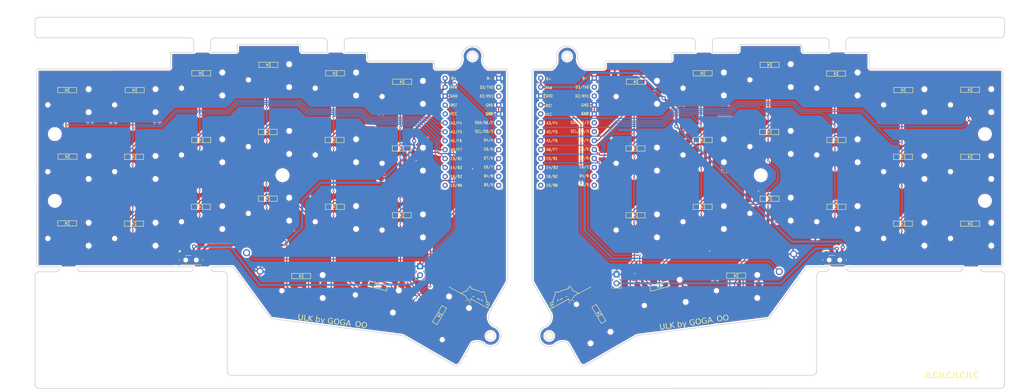
<source format=kicad_pcb>
(kicad_pcb (version 20241229) (generator "pcbnew") (generator_version "9.0")
  (title_block (title "ULK_ulp_Stealth") (date "2025-09-11") (rev "1.0.2") (company "GOGA_OO"))
  (layers (0 "F.Cu" signal) (2 "B.Cu" signal) (13 "F.Paste" user) (15 "B.Paste" user) (5 "F.SilkS" user "F.Silkscreen") (7 "B.SilkS" user "B.Silkscreen") (1 "F.Mask" user) (3 "B.Mask" user) (25 "Edge.Cuts" user))
  (net 0 "")
  (net 1 "row0")
  (net 2 "Net-(D1-A)")
  (net 3 "row1")
  (net 4 "Net-(D2-A)")
  (net 5 "row2")
  (net 6 "Net-(D3-A)")
  (net 7 "row3")
  (net 8 "Net-(D4-A)")
  (net 9 "Net-(D5-A)")
  (net 10 "Net-(D6-A)")
  (net 11 "Net-(D7-A)")
  (net 12 "Net-(D8-A)")
  (net 13 "Net-(D9-A)")
  (net 14 "Net-(D10-A)")
  (net 15 "Net-(D11-A)")
  (net 16 "Net-(D12-A)")
  (net 17 "Net-(D13-A)")
  (net 18 "Net-(D14-A)")
  (net 19 "Net-(D15-A)")
  (net 20 "Net-(D16-A)")
  (net 21 "Net-(D17-A)")
  (net 22 "Net-(D18-A)")
  (net 23 "Net-(D19-A)")
  (net 24 "Net-(D20-A)")
  (net 25 "Net-(D21-A)")
  (net 26 "GND")
  (net 27 "VCC")
  (net 28 "col0")
  (net 29 "col1")
  (net 30 "col2")
  (net 31 "col3")
  (net 32 "col4")
  (net 33 "col5")
  (net 34 "Net-(D22-A)")
  (net 35 "Net-(D23-A)")
  (net 36 "reset")
  (net 37 "SCL")
  (net 38 "SDA")
  (net 39 "Net-(D24-A)")
  (net 40 "Net-(D25-A)")
  (net 41 "Net-(D26-A)")
  (net 42 "Net-(D27-A)")
  (net 43 "Net-(D28-A)")
  (net 44 "Net-(D29-A)")
  (net 45 "row0_r")
  (net 46 "Net-(D30-A)")
  (net 47 "Net-(D31-A)")
  (net 48 "Net-(D32-A)")
  (net 49 "Net-(D33-A)")
  (net 50 "Net-(D34-A)")
  (net 51 "row1_r")
  (net 52 "Net-(D35-A)")
  (net 53 "Net-(D36-A)")
  (net 54 "Net-(D37-A)")
  (net 55 "Net-(D38-A)")
  (net 56 "Net-(D39-A)")
  (net 57 "Net-(D40-A)")
  (net 58 "row2_r")
  (net 59 "Net-(D41-A)")
  (net 60 "Net-(D42-A)")
  (net 64 "row3_r")
  (net 67 "SDA_r")
  (net 68 "SCL_r")
  (net 70 "reset_r")
  (net 71 "col0_r")
  (net 72 "col1_r")
  (net 73 "col2_r")
  (net 74 "col3_r")
  (net 75 "col4_r")
  (net 76 "col5_r")
  (net 77 "VDD")
  (net 78 "GNDA")
  (net 85 "+1V5")
  (net 86 "Net-(U3-+)")
  (net 88 "Net-(U5-+)")
  (net 89 "1V5")
  (footprint "kbd:ResetSW_1side" (layer "F.Cu") (at 72.7075 81.68 126)
    (property "Reference" "RSW1" (hide yes))
    (property "Value" "SW_RESET" (hide yes))
  )
  (footprint "kbd:D3_SMD_v2" (layer "F.Cu") (at 19.8075 32.78)
    (property "Reference" "D1" (hide yes))
    (property "Value" "D" (hide yes))
  )
  (footprint "kbd:D3_SMD_v2" (layer "F.Cu") (at 39.0075 32.78)
    (property "Reference" "D2" (hide yes))
    (property "Value" "D" (hide yes))
  )
  (footprint "kbd:D3_SMD_v2" (layer "F.Cu") (at 57.9075 27.98)
    (property "Reference" "D3" (hide yes))
    (property "Value" "D" (hide yes))
  )
  (footprint "kbd:D3_SMD_v2" (layer "F.Cu") (at 77.0075 25.58)
    (property "Reference" "D4" (hide yes))
    (property "Value" "D" (hide yes))
  )
  (footprint "kbd:D3_SMD_v2" (layer "F.Cu") (at 95.9275 27.98)
    (property "Reference" "D5" (hide yes))
    (property "Value" "D" (hide yes))
  )
  (footprint "kbd:D3_SMD_v2" (layer "F.Cu") (at 115.0075 30.38)
    (property "Reference" "D6" (hide yes))
    (property "Value" "D" (hide yes))
  )
  (footprint "kbd:D3_SMD_v2" (layer "F.Cu") (at 19.9075 51.68)
    (property "Reference" "D7" (hide yes))
    (property "Value" "D" (hide yes))
  )
  (footprint "kbd:D3_SMD_v2" (layer "F.Cu") (at 38.8075 51.78)
    (property "Reference" "D8" (hide yes))
    (property "Value" "D" (hide yes))
  )
  (footprint "kbd:D3_SMD_v2" (layer "F.Cu") (at 57.9075 46.98)
    (property "Reference" "D9" (hide yes))
    (property "Value" "D" (hide yes))
  )
  (footprint "kbd:D3_SMD_v2" (layer "F.Cu") (at 76.8075 44.68)
    (property "Reference" "D10" (hide yes))
    (property "Value" "D" (hide yes))
  )
  (footprint "kbd:D3_SMD_v2" (layer "F.Cu") (at 95.8075 46.98)
    (property "Reference" "D11" (hide yes))
    (property "Value" "D" (hide yes))
  )
  (footprint "kbd:D3_SMD_v2" (layer "F.Cu") (at 114.9075 49.38)
    (property "Reference" "D12" (hide yes))
    (property "Value" "D" (hide yes))
  )
  (footprint "kbd:D3_SMD_v2" (layer "F.Cu") (at 19.8075 70.68)
    (property "Reference" "D13" (hide yes))
    (property "Value" "D" (hide yes))
  )
  (footprint "kbd:D3_SMD_v2" (layer "F.Cu") (at 38.8075 70.78)
    (property "Reference" "D14" (hide yes))
    (property "Value" "D" (hide yes))
  )
  (footprint "kbd:D3_SMD_v2" (layer "F.Cu") (at 57.8075 65.98)
    (property "Reference" "D15" (hide yes))
    (property "Value" "D" (hide yes))
  )
  (footprint "kbd:D3_SMD_v2" (layer "F.Cu") (at 76.8075 63.68)
    (property "Reference" "D16" (hide yes))
    (property "Value" "D" (hide yes))
  )
  (footprint "kbd:D3_SMD_v2" (layer "F.Cu") (at 95.9075 65.98)
    (property "Reference" "D17" (hide yes))
    (property "Value" "D" (hide yes))
  )
  (footprint "kbd:D3_SMD_v2" (layer "F.Cu") (at 114.9075 68.38)
    (property "Reference" "D18" (hide yes))
    (property "Value" "D" (hide yes))
  )
  (footprint "kbd:D3_SMD_v2" (layer "F.Cu") (at 86.3075 85.68)
    (property "Reference" "D19" (hide yes))
    (property "Value" "D" (hide yes))
  )
  (footprint "kbd:D3_SMD_v2" (layer "F.Cu") (at 108.1075 88.48 -15)
    (property "Reference" "D20" (hide yes))
    (property "Value" "D" (hide yes))
  )
  (footprint "kbd:D3_SMD_v2" (layer "F.Cu") (at 125.6075 96.78 60)
    (property "Reference" "D21" (hide yes))
    (property "Value" "D" (hide yes))
  )
  (footprint "ULK_sw:Cherry_ULP_SMD" (layer "F.Cu") (at 39.1075 35.78)
    (property "Reference" "SW2" (hide yes))
    (property "Value" "SW_PUSH")
  )
  (footprint "ULK_sw:Cherry_ULP_SMD" (layer "F.Cu") (at 58.1075 31.03)
    (property "Reference" "SW3" (hide yes))
    (property "Value" "SW_PUSH")
  )
  (footprint "ULK_sw:Cherry_ULP_SMD" (layer "F.Cu") (at 77.1075 28.655)
    (property "Reference" "SW4" (hide yes))
    (property "Value" "SW_PUSH")
  )
  (footprint "ULK_sw:Cherry_ULP_SMD" (layer "F.Cu") (at 96.1075 31.03)
    (property "Reference" "SW5" (hide yes))
    (property "Value" "SW_PUSH")
  )
  (footprint "ULK_sw:Cherry_ULP_SMD" (layer "F.Cu") (at 20.1075 54.78)
    (property "Reference" "SW7" (hide yes))
    (property "Value" "SW_PUSH")
  )
  (footprint "ULK_sw:Cherry_ULP_SMD" (layer "F.Cu") (at 39.1075 54.78)
    (property "Reference" "SW8" (hide yes))
    (property "Value" "SW_PUSH")
  )
  (footprint "ULK_sw:Cherry_ULP_SMD" (layer "F.Cu") (at 58.1075 50.03)
    (property "Reference" "SW9" (hide yes))
    (property "Value" "SW_PUSH")
  )
  (footprint "ULK_sw:Cherry_ULP_SMD" (layer "F.Cu") (at 77.1075 47.655)
    (property "Reference" "SW10" (hide yes))
    (property "Value" "SW_PUSH")
  )
  (footprint "ULK_sw:Cherry_ULP_SMD" (layer "F.Cu") (at 96.1075 50.03)
    (property "Reference" "SW11" (hide yes))
    (property "Value" "SW_PUSH")
  )
  (footprint "ULK_sw:Cherry_ULP_SMD" (layer "F.Cu") (at 115.1075 52.405)
    (property "Reference" "SW12" (hide yes))
    (property "Value" "SW_PUSH")
  )
  (footprint "ULK_sw:Cherry_ULP_SMD" (layer "F.Cu") (at 20.1075 73.78)
    (property "Reference" "SW13" (hide yes))
    (property "Value" "SW_PUSH")
  )
  (footprint "ULK_sw:Cherry_ULP_SMD" (layer "F.Cu") (at 39.1075 73.78)
    (property "Reference" "SW14" (hide yes))
    (property "Value" "SW_PUSH")
  )
  (footprint "ULK_sw:Cherry_ULP_SMD" (layer "F.Cu") (at 58.1075 69.03)
    (property "Reference" "SW15" (hide yes))
    (property "Value" "SW_PUSH")
  )
  (footprint "ULK_sw:Cherry_ULP_SMD" (layer "F.Cu") (at 77.1075 66.655)
    (property "Reference" "SW16" (hide yes))
    (property "Value" "SW_PUSH")
  )
  (footprint "ULK_sw:Cherry_ULP_SMD" (layer "F.Cu") (at 96.1075 69.03)
    (property "Reference" "SW17" (hide yes))
    (property "Value" "SW_PUSH")
  )
  (footprint "ULK_sw:Cherry_ULP_SMD" (layer "F.Cu") (at 115.1075 71.405)
    (property "Reference" "SW18" (hide yes))
    (property "Value" "SW_PUSH")
  )
  (footprint "ULK_sw:Cherry_ULP_SMD" (layer "F.Cu") (at 86.6075 88.655)
    (property "Reference" "SW19" (hide yes))
    (property "Value" "SW_PUSH")
  )
  (footprint "ULK_sw:Cherry_ULP_SMD" (layer "F.Cu") (at 107.6075 91.405 -15)
    (property "Reference" "SW20" (hide yes))
    (property "Value" "SW_PUSH")
  )
  (footprint "ULK_sw:Cherry_ULP_SMD" (layer "F.Cu") (at 128.2575 98.155 60)
    (property "Reference" "SW21" (hide yes))
    (property "Value" "SW_PUSH")
  )
  (footprint "ULK_sw:Cherry_ULP_SMD" (layer "F.Cu") (at 168.4645 98.15 -60)
    (property "Reference" "SW42" (hide yes))
    (property "Value" "SW_PUSH")
  )
  (footprint "kbd:ResetSW_1side" (layer "F.Cu") (at 224.2075 81.88 -129)
    (property "Reference" "RSW2" (hide yes))
    (property "Value" "SW_RESET" (hide yes))
  )
  (footprint "kbd:D3_SMD_v2" (layer "F.Cu") (at 257.4075 32.78)
    (property "Reference" "D23" (hide yes))
    (property "Value" "D" (hide yes))
  )
  (footprint "kbd:D3_SMD_v2" (layer "F.Cu") (at 238.3075 28.08)
    (property "Reference" "D24" (hide yes))
    (property "Value" "D" (hide yes))
  )
  (footprint "kbd:D3_SMD_v2" (layer "F.Cu") (at 219.4075 25.58)
    (property "Reference" "D25" (hide yes))
    (property "Value" "D" (hide yes))
  )
  (footprint "kbd:D3_SMD_v2" (layer "F.Cu") (at 181.4075 30.38)
    (property "Reference" "D27" (hide yes))
    (property "Value" "D" (hide yes))
  )
  (footprint "kbd:D3_SMD_v2" (layer "F.Cu") (at 276.4075 51.78)
    (property "Reference" "D28" (hide yes))
    (property "Value" "D" (hide yes))
  )
  (footprint "kbd:D3_SMD_v2" (layer "F.Cu") (at 257.3075 51.78)
    (property "Reference" "D29" (hide yes))
    (property "Value" "D" (hide yes))
  )
  (footprint "kbd:D3_SMD_v2" (layer "F.Cu") (at 238.4075 46.98)
    (property "Reference" "D30" (hide yes))
    (property "Value" "D" (hide yes))
  )
  (footprint "kbd:D3_SMD_v2" (layer "F.Cu") (at 219.3075 44.68)
    (property "Reference" "D31" (hide yes))
    (property "Value" "D" (hide yes))
  )
  (footprint "kbd:D3_SMD_v2" (layer "F.Cu") (at 200.4075 46.98)
    (property "Reference" "D32" (hide yes))
    (property "Value" "D" (hide yes))
  )
  (footprint "kbd:D3_SMD_v2" (layer "F.Cu") (at 181.3075 49.38)
    (property "Reference" "D33" (hide yes))
    (property "Value" "D" (hide yes))
  )
  (footprint "kbd:D3_SMD_v2" (layer "F.Cu") (at 276.4075 70.78)
    (property "Reference" "D34" (hide yes))
    (property "Value" "D" (hide yes))
  )
  (footprint "kbd:D3_SMD_v2" (layer "F.Cu") (at 257.3075 70.78)
    (property "Reference" "D35" (hide yes))
    (property "Value" "D" (hide yes))
  )
  (footprint "kbd:D3_SMD_v2" (layer "F.Cu") (at 238.4075 65.98)
    (property "Reference" "D36" (hide yes))
    (property "Value" "D" (hide yes))
  )
  (footprint "kbd:D3_SMD_v2" (layer "F.Cu") (at 219.4075 63.68)
    (property "Reference" "D37" (hide yes))
    (property "Value" "D" (hide yes))
  )
  (footprint "kbd:D3_SMD_v2" (layer "F.Cu") (at 200.4075 65.98)
    (property "Reference" "D38" (hide yes))
    (property "Value" "D" (hide yes))
  )
  (footprint "kbd:D3_SMD_v2" (layer "F.Cu") (at 181.3075 68.38)
    (property "Reference" "D39" (hide yes))
    (property "Value" "D" (hide yes))
  )
  (footprint "kbd:D3_SMD_v2" (layer "F.Cu") (at 209.9075 85.58)
    (property "Reference" "D40" (hide yes))
    (property "Value" "D" (hide yes))
  )
  (footprint "kbd:D3_SMD_v2" (layer "F.Cu") (at 188.1075 88.58 15)
    (property "Reference" "D41" (hide yes))
    (property "Value" "D" (hide yes))
  )
  (footprint "kbd:D3_SMD_v2" (layer "F.Cu") (at 170.9075 96.48 -60)
    (property "Reference" "D42" (hide yes))
    (property "Value" "D" (hide yes))
  )
  (footprint "kbd:D3_SMD_v2" (layer "F.Cu") (at 276.4075 32.68)
    (property "Reference" "D22" (hide yes))
    (property "Value" "D" (hide yes))
  )
  (footprint "ULK_sw:Cherry_ULP_SMD" (layer "F.Cu") (at 219.6145 66.65)
    (property "Reference" "SW37" (hide yes))
    (property "Value" "SW_PUSH")
  )
  (footprint "ULK_sw:Cherry_ULP_SMD" (layer "F.Cu") (at 200.6145 69.025)
    (property "Reference" "SW38" (hide yes))
    (property "Value" "SW_PUSH")
  )
  (footprint "ULK_sw:Cherry_ULP_SMD" (layer "F.Cu") (at 181.6145 71.4)
    (property "Reference" "SW39" (hide yes))
    (property "Value" "SW_PUSH")
  )
  (footprint "ULK_sw:Cherry_ULP_SMD" (layer "F.Cu") (at 210.1145 88.65)
    (property "Reference" "SW40" (hide yes))
    (property "Value" "SW_PUSH")
  )
  (footprint "ULK_sw:Cherry_ULP_SMD" (layer "F.Cu") (at 189.1145 91.4 15)
    (property "Reference" "SW41" (hide yes))
    (property "Value" "SW_PUSH")
  )
  (footprint "ULK_sw:Cherry_ULP_SMD" (layer "F.Cu") (at 219.6145 28.65)
    (property "Reference" "SW25" (hide yes))
    (property "Value" "SW_PUSH")
  )
  (footprint "ULK_sw:Cherry_ULP_SMD" (layer "F.Cu") (at 200.6145 31.025)
    (property "Reference" "SW26" (hide yes))
    (property "Value" "SW_PUSH")
  )
  (footprint "ULK_sw:Cherry_ULP_SMD" (layer "F.Cu") (at 276.6145 54.775)
    (property "Reference" "SW28" (hide yes))
    (property "Value" "SW_PUSH")
  )
  (footprint "ULK_sw:Cherry_ULP_SMD" (layer "F.Cu") (at 238.6145 31.025)
    (property "Reference" "SW24" (hide yes))
    (property "Value" "SW_PUSH")
  )
  (footprint "ULK_sw:Cherry_ULP_SMD" (layer "F.Cu") (at 257.6145 54.775)
    (property "Reference" "SW29" (hide yes))
    (property "Value" "SW_PUSH")
  )
  (footprint "ULK_sw:Cherry_ULP_SMD" (layer "F.Cu") (at 257.6145 73.775)
    (property "Reference" "SW35" (hide yes))
    (property "Value" "SW_PUSH")
  )
  (footprint "ULK_sw:Cherry_ULP_SMD" (layer "F.Cu") (at 238.6145 69.025)
    (property "Reference" "SW36" (hide yes))
    (property "Value" "SW_PUSH")
  )
  (footprint "ULK_sw:Cherry_ULP_SMD" (layer "F.Cu") (at 276.6145 35.775)
    (property "Reference" "SW22" (hide yes))
    (property "Value" "SW_PUSH")
  )
  (footprint "ULK_sw:Cherry_ULP_SMD" (layer "F.Cu") (at 257.6145 35.775)
    (property "Reference" "SW23" (hide yes))
    (property "Value" "SW_PUSH")
  )
  (footprint "ULK_sw:Cherry_ULP_SMD" (layer "F.Cu") (at 238.6145 50.025)
    (property "Reference" "SW30" (hide yes))
    (property "Value" "SW_PUSH")
  )
  (footprint "ULK_sw:Cherry_ULP_SMD" (layer "F.Cu") (at 219.6145 47.65)
    (property "Reference" "SW31" (hide yes))
    (property "Value" "SW_PUSH")
  )
  (footprint "ULK_sw:Cherry_ULP_SMD" (layer "F.Cu") (at 200.6145 50.025)
    (property "Reference" "SW32" (hide yes))
    (property "Value" "SW_PUSH")
  )
  (footprint "ULK_sw:Cherry_ULP_SMD" (layer "F.Cu") (at 181.6145 52.4)
    (property "Reference" "SW33" (hide yes))
    (property "Value" "SW_PUSH")
  )
  (footprint "ULK_sw:Cherry_ULP_SMD" (layer "F.Cu") (at 276.6145 73.775)
    (property "Reference" "SW34" (hide yes))
    (property "Value" "SW_PUSH")
  )
  (footprint "kbd:D3_SMD_v2" (layer "F.Cu") (at 200.4075 27.98)
    (property "Reference" "D26" (hide yes))
    (property "Value" "D" (hide yes))
  )
  (footprint "ULK_sw:Cherry_ULP_SMD" (layer "F.Cu") (at 20.1075 35.78)
    (property "Reference" "SW1" (hide yes))
    (property "Value" "SW_PUSH")
  )
  (footprint "ULK_sw:Cherry_ULP_SMD" (layer "F.Cu") (at 115.1075 33.405)
    (property "Reference" "SW6" (hide yes))
    (property "Value" "SW_PUSH")
  )
  (footprint "ULK_sw:Cherry_ULP_SMD" (layer "F.Cu") (at 181.6075 33.405)
    (property "Reference" "SW27" (hide yes))
    (property "Value" "SW_PUSH")
  )
  (footprint "kbd:ProMicro_v3" (layer "F.Cu") (at 134.8125 46.42)
    (property "Reference" "U1" (hide yes))
    (property "Value" "ProMicro" (hide yes))
  )
  (footprint "kbd:ProMicro_v3" (layer "F.Cu") (at 161.9875 46.39)
    (property "Reference" "U2" (hide yes))
    (property "Value" "ProMicro" (hide yes))
  )
  (footprint "Panelization.pretty-master:mouse-bite-2mm-slot" (layer "F.Cu") (at 19.9075 83.38)
    (property "Reference" "mouse-bite-2mm-slot" (hide yes))
    (property "Value" "VAL**" (hide yes))
  )
  (footprint "Panelization.pretty-master:mouse-bite-2mm-slot" (layer "F.Cu") (at 276.3075 83.38)
    (property "Reference" "mouse-bite-2mm-slot" (hide yes))
    (property "Value" "VAL**" (hide yes))
  )
  (footprint "Panelization.pretty-master:mouse-bite-2mm-slot" (layer "F.Cu") (at 57.8075 83.38)
    (property "Reference" "mouse-bite-2mm-slot" (hide yes))
    (property "Value" "VAL**" (hide yes))
  )
  (footprint "Bongo:15mm bongo1_1" (layer "F.Cu") (at 135.9075 91.33 -42)
    (property "Reference" "G***" (hide yes))
    (property "Value" "LOGO" (hide yes))
  )
  (footprint "PCM12SMTR:SW_PCM12SMTR" (layer "F.Cu") (at 55.0075 81.13)
    (property "Reference" "SW43" (hide yes))
    (property "Value" "PCM12SMTR" (hide yes))
  )
  (footprint "Panelization.pretty-master:mouse-bite-2mm-slot" (layer "F.Cu") (at 238.4575 83.38)
    (property "Reference" "mouse-bite-2mm-slot" (hide yes))
    (property "Value" "VAL**" (hide yes))
  )
  (footprint "PCM12SMTR:SW_PCM12SMTR" (layer "F.Cu") (at 237.8575 81.13)
    (property "Reference" "SW44" (hide yes))
    (property "Value" "PCM12SMTR" (hide yes))
  )
  (footprint "Panelization.pretty-master:mouse-bite-2mm-slot" (layer "F.Cu") (at 200.5825 21.68)
    (property "Reference" "mouse-bite-2mm-slot" (hide yes))
    (property "Value" "VAL**" (hide yes))
  )
  (footprint "Panelization.pretty-master:mouse-bite-2mm-slot" (layer "F.Cu") (at 238.6575 21.63)
    (property "Reference" "mouse-bite-2mm-slot" (hide yes))
    (property "Value" "VAL**" (hide yes))
  )
  (footprint "Connector_PinHeader_2.54mm:PinHeader_1x02_P2.54mm_Vertical" (layer "F.Cu") (at 120.1075 82.905)
    (property "Reference" "U3" (hide yes))
    (property "Value" "~")
  )
  (footprint "Panelization.pretty-master:mouse-bite-2mm-slot" (layer "F.Cu") (at 95.7075 21.68)
    (property "Reference" "mouse-bite-2mm-slot" (hide yes))
    (property "Value" "VAL**" (hide yes))
  )
  (footprint "Connector_PinHeader_2.54mm:PinHeader_1x02_P2.54mm_Vertical" (layer "F.Cu") (at 175.9075 85.205)
    (property "Reference" "U5" (hide yes))
    (property "Value" "~")
  )
  (footprint "Bongo:15mm bongo1" (layer "F.Cu") (at 160.990338 91.332078 42)
    (property "Reference" "G***" (hide yes))
    (property "Value" "LOGO" (hide yes))
  )
  (footprint "Panelization.pretty-master:mouse-bite-2mm-slot" (layer "F.Cu") (at 57.8075 21.68)
    (property "Reference" "mouse-bite-2mm-slot" (hide yes))
    (property "Value" "VAL**" (hide yes))
  )
  (gr_line (start 16.5774 84.485) (end 11.8252 84.485) (stroke (width 0.2)) (layer "Edge.Cuts"))
  (gr_line (start 11.8252 84.485) (end 11.8194 84.485) (stroke (width 0.2)) (layer "Edge.Cuts"))
  (gr_line (start 11.8194 84.485) (end 11.5963 84.508) (stroke (width 0.2)) (layer "Edge.Cuts"))
  (gr_line (start 11.5963 84.508) (end 11.3843 84.574) (stroke (width 0.2)) (layer "Edge.Cuts"))
  (gr_line (start 11.3843 84.574) (end 11.1891 84.68) (stroke (width 0.2)) (layer "Edge.Cuts"))
  (gr_line (start 11.1891 84.68) (end 11.018 84.821) (stroke (width 0.2)) (layer "Edge.Cuts"))
  (gr_line (start 11.018 84.821) (end 10.8778 84.993) (stroke (width 0.2)) (layer "Edge.Cuts"))
  (gr_line (start 10.8778 84.993) (end 10.7736 85.189) (stroke (width 0.2)) (layer "Edge.Cuts"))
  (gr_line (start 10.7736 85.189) (end 10.7094 85.402) (stroke (width 0.2)) (layer "Edge.Cuts"))
  (gr_line (start 10.7094 85.402) (end 10.6875 85.625) (stroke (width 0.2)) (layer "Edge.Cuts"))
  (gr_line (start 10.6875 116.497) (end 10.6875 116.503) (stroke (width 0.2)) (layer "Edge.Cuts"))
  (gr_line (start 10.6875 116.503) (end 10.711 116.726) (stroke (width 0.2)) (layer "Edge.Cuts"))
  (gr_line (start 10.711 116.726) (end 10.7766 116.938) (stroke (width 0.2)) (layer "Edge.Cuts"))
  (gr_line (start 10.7766 116.938) (end 10.8822 117.133) (stroke (width 0.2)) (layer "Edge.Cuts"))
  (gr_line (start 10.8822 117.133) (end 11.0236 117.304) (stroke (width 0.2)) (layer "Edge.Cuts"))
  (gr_line (start 11.0236 117.304) (end 11.1957 117.445) (stroke (width 0.2)) (layer "Edge.Cuts"))
  (gr_line (start 11.1957 117.445) (end 11.3916 117.549) (stroke (width 0.2)) (layer "Edge.Cuts"))
  (gr_line (start 11.3916 117.549) (end 11.6041 117.613) (stroke (width 0.2)) (layer "Edge.Cuts"))
  (gr_line (start 11.6041 117.613) (end 11.8274 117.635) (stroke (width 0.2)) (layer "Edge.Cuts"))
  (gr_line (start 11.8274 117.635) (end 285.0575 117.626) (stroke (width 0.2)) (layer "Edge.Cuts"))
  (gr_line (start 285.0555 12.0385) (end 11.8252 12.0475) (stroke (width 0.2)) (layer "Edge.Cuts"))
  (gr_line (start 11.8252 12.0475) (end 11.8194 12.0475) (stroke (width 0.2)) (layer "Edge.Cuts"))
  (gr_line (start 11.8194 12.0475) (end 11.5963 12.071) (stroke (width 0.2)) (layer "Edge.Cuts"))
  (gr_line (start 11.5963 12.071) (end 11.3843 12.1366) (stroke (width 0.2)) (layer "Edge.Cuts"))
  (gr_line (start 11.3843 12.1366) (end 11.1891 12.2422) (stroke (width 0.2)) (layer "Edge.Cuts"))
  (gr_line (start 11.1891 12.2422) (end 11.018 12.3837) (stroke (width 0.2)) (layer "Edge.Cuts"))
  (gr_line (start 11.018 12.3837) (end 10.8778 12.5557) (stroke (width 0.2)) (layer "Edge.Cuts"))
  (gr_line (start 10.8778 12.5557) (end 10.7736 12.7516) (stroke (width 0.2)) (layer "Edge.Cuts"))
  (gr_line (start 10.7736 12.7516) (end 10.7094 12.9641) (stroke (width 0.2)) (layer "Edge.Cuts"))
  (gr_line (start 10.7094 12.9641) (end 10.6875 13.1875) (stroke (width 0.2)) (layer "Edge.Cuts"))
  (gr_line (start 10.6875 13.1875) (end 10.6875 16.7473) (stroke (width 0.2)) (layer "Edge.Cuts"))
  (gr_line (start 10.6875 16.7473) (end 10.6875 16.7531) (stroke (width 0.2)) (layer "Edge.Cuts"))
  (gr_line (start 10.6875 16.7531) (end 10.711 16.9762) (stroke (width 0.2)) (layer "Edge.Cuts"))
  (gr_line (start 10.711 16.9762) (end 10.7766 17.1882) (stroke (width 0.2)) (layer "Edge.Cuts"))
  (gr_line (start 10.7766 17.1882) (end 10.8822 17.3835) (stroke (width 0.2)) (layer "Edge.Cuts"))
  (gr_line (start 10.8822 17.3835) (end 11.0236 17.5545) (stroke (width 0.2)) (layer "Edge.Cuts"))
  (gr_line (start 11.0236 17.5545) (end 11.1957 17.6948) (stroke (width 0.2)) (layer "Edge.Cuts"))
  (gr_line (start 11.1957 17.6948) (end 11.3916 17.799) (stroke (width 0.2)) (layer "Edge.Cuts"))
  (gr_line (start 11.3916 17.799) (end 11.6041 17.8631) (stroke (width 0.2)) (layer "Edge.Cuts"))
  (gr_line (start 11.6041 17.8631) (end 11.8274 17.885) (stroke (width 0.2)) (layer "Edge.Cuts"))
  (gr_line (start 11.8274 17.885) (end 54.5774 17.885) (stroke (width 0.2)) (layer "Edge.Cuts"))
  (gr_line (start 55.7724 19.08) (end 55.8175 22.020252) (stroke (width 0.2)) (layer "Edge.Cuts"))
  (gr_line (start 60.5575 83.021073) (end 60.5625 83.247) (stroke (width 0.2)) (layer "Edge.Cuts"))
  (gr_line (start 60.5625 83.247) (end 60.5625 83.253) (stroke (width 0.2)) (layer "Edge.Cuts"))
  (gr_line (start 60.5625 83.253) (end 60.586 83.476) (stroke (width 0.2)) (layer "Edge.Cuts"))
  (gr_line (start 60.586 83.476) (end 60.6516 83.688) (stroke (width 0.2)) (layer "Edge.Cuts"))
  (gr_line (start 60.6516 83.688) (end 60.7572 83.883) (stroke (width 0.2)) (layer "Edge.Cuts"))
  (gr_line (start 60.7572 83.883) (end 60.8986 84.054) (stroke (width 0.2)) (layer "Edge.Cuts"))
  (gr_line (start 60.8986 84.054) (end 61.0707 84.195) (stroke (width 0.2)) (layer "Edge.Cuts"))
  (gr_line (start 61.0707 84.195) (end 61.2666 84.299) (stroke (width 0.2)) (layer "Edge.Cuts"))
  (gr_line (start 61.2666 84.299) (end 61.4791 84.363) (stroke (width 0.2)) (layer "Edge.Cuts"))
  (gr_line (start 61.4791 84.363) (end 61.7024 84.385) (stroke (width 0.2)) (layer "Edge.Cuts"))
  (gr_line (start 61.7024 84.385) (end 64.0774 84.385) (stroke (width 0.2)) (layer "Edge.Cuts"))
  (gr_line (start 65.3125 85.62) (end 65.3125 112.797) (stroke (width 0.2)) (layer "Edge.Cuts"))
  (gr_line (start 65.3125 112.797) (end 65.3125 112.803) (stroke (width 0.2)) (layer "Edge.Cuts"))
  (gr_line (start 65.3125 112.803) (end 65.336 113.026) (stroke (width 0.2)) (layer "Edge.Cuts"))
  (gr_line (start 65.336 113.026) (end 65.4016 113.238) (stroke (width 0.2)) (layer "Edge.Cuts"))
  (gr_line (start 65.4016 113.238) (end 65.5072 113.433) (stroke (width 0.2)) (layer "Edge.Cuts"))
  (gr_line (start 65.5072 113.433) (end 65.6486 113.604) (stroke (width 0.2)) (layer "Edge.Cuts"))
  (gr_line (start 65.6486 113.604) (end 65.8207 113.745) (stroke (width 0.2)) (layer "Edge.Cuts"))
  (gr_line (start 65.8207 113.745) (end 66.0166 113.849) (stroke (width 0.2)) (layer "Edge.Cuts"))
  (gr_line (start 66.0166 113.849) (end 66.2291 113.913) (stroke (width 0.2)) (layer "Edge.Cuts"))
  (gr_line (start 66.2291 113.913) (end 66.4524 113.935) (stroke (width 0.2)) (layer "Edge.Cuts"))
  (gr_line (start 66.4545 113.934) (end 231.6195 113.926) (stroke (width 0.2)) (layer "Edge.Cuts"))
  (gr_line (start 99.7005 17.985) (end 99.6945 17.985) (stroke (width 0.2)) (layer "Edge.Cuts"))
  (gr_line (start 99.6945 17.985) (end 99.4715 18.0085) (stroke (width 0.2)) (layer "Edge.Cuts"))
  (gr_line (start 99.4715 18.0085) (end 99.2595 18.0741) (stroke (width 0.2)) (layer "Edge.Cuts"))
  (gr_line (start 99.2595 18.0741) (end 99.0645 18.1797) (stroke (width 0.2)) (layer "Edge.Cuts"))
  (gr_line (start 99.0645 18.1797) (end 98.8935 18.3212) (stroke (width 0.2)) (layer "Edge.Cuts"))
  (gr_line (start 98.8935 18.3212) (end 98.7525 18.4932) (stroke (width 0.2)) (layer "Edge.Cuts"))
  (gr_line (start 98.7525 18.4932) (end 98.6485 18.6891) (stroke (width 0.2)) (layer "Edge.Cuts"))
  (gr_line (start 98.6485 18.6891) (end 98.5845 18.9016) (stroke (width 0.2)) (layer "Edge.Cuts"))
  (gr_line (start 98.5845 18.9016) (end 98.5625 19.125) (stroke (width 0.2)) (layer "Edge.Cuts"))
  (gr_line (start 98.5625 19.125) (end 98.5675 22.018729) (stroke (width 0.2)) (layer "Edge.Cuts"))
  (gr_line (start 22.5675 83.020309) (end 22.5625 83.247) (stroke (width 0.2)) (layer "Edge.Cuts"))
  (gr_line (start 22.5625 83.247) (end 22.5625 83.253) (stroke (width 0.2)) (layer "Edge.Cuts"))
  (gr_line (start 22.5625 83.253) (end 22.586 83.476) (stroke (width 0.2)) (layer "Edge.Cuts"))
  (gr_line (start 22.586 83.476) (end 22.6516 83.688) (stroke (width 0.2)) (layer "Edge.Cuts"))
  (gr_line (start 22.6516 83.688) (end 22.7572 83.883) (stroke (width 0.2)) (layer "Edge.Cuts"))
  (gr_line (start 22.7572 83.883) (end 22.8986 84.054) (stroke (width 0.2)) (layer "Edge.Cuts"))
  (gr_line (start 22.8986 84.054) (end 23.0707 84.195) (stroke (width 0.2)) (layer "Edge.Cuts"))
  (gr_line (start 23.0707 84.195) (end 23.2666 84.299) (stroke (width 0.2)) (layer "Edge.Cuts"))
  (gr_line (start 23.2666 84.299) (end 23.4791 84.363) (stroke (width 0.2)) (layer "Edge.Cuts"))
  (gr_line (start 23.4791 84.363) (end 23.7024 84.385) (stroke (width 0.2)) (layer "Edge.Cuts"))
  (gr_line (start 23.7024 84.385) (end 54.5748 84.385) (stroke (width 0.2)) (layer "Edge.Cuts"))
  (gr_line (start 54.5748 84.385) (end 54.5806 84.385) (stroke (width 0.2)) (layer "Edge.Cuts"))
  (gr_line (start 54.5806 84.385) (end 54.8037 84.362) (stroke (width 0.2)) (layer "Edge.Cuts"))
  (gr_line (start 54.8037 84.362) (end 55.0157 84.296) (stroke (width 0.2)) (layer "Edge.Cuts"))
  (gr_line (start 55.0157 84.296) (end 55.2109 84.19) (stroke (width 0.2)) (layer "Edge.Cuts"))
  (gr_line (start 55.2109 84.19) (end 55.382 84.049) (stroke (width 0.2)) (layer "Edge.Cuts"))
  (gr_line (start 55.382 84.049) (end 55.5222 83.877) (stroke (width 0.2)) (layer "Edge.Cuts"))
  (gr_line (start 55.5222 83.877) (end 55.6264 83.681) (stroke (width 0.2)) (layer "Edge.Cuts"))
  (gr_line (start 55.6264 83.681) (end 55.6906 83.468) (stroke (width 0.2)) (layer "Edge.Cuts"))
  (gr_line (start 55.6906 83.468) (end 55.7125 83.245) (stroke (width 0.2)) (layer "Edge.Cuts"))
  (gr_line (start 55.7125 83.245) (end 55.7175 83.020309) (stroke (width 0.2)) (layer "Edge.Cuts"))
  (gr_line (start 93.7275 22.020252) (end 93.7125 19.1227) (stroke (width 0.2)) (layer "Edge.Cuts"))
  (gr_line (start 93.7125 19.1227) (end 93.7125 19.1169) (stroke (width 0.2)) (layer "Edge.Cuts"))
  (gr_line (start 93.7125 19.1169) (end 93.689 18.8938) (stroke (width 0.2)) (layer "Edge.Cuts"))
  (gr_line (start 93.689 18.8938) (end 93.6234 18.6818) (stroke (width 0.2)) (layer "Edge.Cuts"))
  (gr_line (start 93.6234 18.6818) (end 93.5178 18.4866) (stroke (width 0.2)) (layer "Edge.Cuts"))
  (gr_line (start 93.5178 18.4866) (end 93.3763 18.3156) (stroke (width 0.2)) (layer "Edge.Cuts"))
  (gr_line (start 93.3763 18.3156) (end 93.2043 18.1753) (stroke (width 0.2)) (layer "Edge.Cuts"))
  (gr_line (start 93.2043 18.1753) (end 93.0084 18.0711) (stroke (width 0.2)) (layer "Edge.Cuts"))
  (gr_line (start 93.0084 18.0711) (end 92.7959 18.0069) (stroke (width 0.2)) (layer "Edge.Cuts"))
  (gr_line (start 92.7959 18.0069) (end 92.5726 17.985) (stroke (width 0.2)) (layer "Edge.Cuts"))
  (gr_line (start 92.5726 17.985) (end 61.7002 17.941411) (stroke (width 0.2)) (layer "Edge.Cuts"))
  (gr_line (start 60.5625 19.125) (end 60.5775 22.018729) (stroke (width 0.2)) (layer "Edge.Cuts"))
  (gr_line (start 10.6875 85.625) (end 10.6875 116.497) (stroke (width 0.2)) (layer "Edge.Cuts"))
  (gr_line (start 236.3175 22.026729) (end 236.319499 19.08) (stroke (width 0.2)) (layer "Edge.Cuts"))
  (gr_line (start 235.1805 17.976) (end 204.3075 17.976) (stroke (width 0.2)) (layer "Edge.Cuts"))
  (gr_line (start 203.1705 19.116) (end 203.1675 22.028252) (stroke (width 0.2)) (layer "Edge.Cuts"))
  (gr_line (start 285.8645 117.29) (end 286.0045 117.118) (stroke (width 0.2)) (layer "Edge.Cuts"))
  (gr_line (start 197.8115 18.1663) (end 197.6155 18.0621) (stroke (width 0.2)) (layer "Edge.Cuts"))
  (gr_line (start 197.9835 18.3066) (end 197.8115 18.1663) (stroke (width 0.2)) (layer "Edge.Cuts"))
  (gr_line (start 286.1945 85.608) (end 286.1955 116.486) (stroke (width 0.2)) (layer "Edge.Cuts"))
  (gr_line (start 198.3275 22.026729) (end 198.3195 19.1137) (stroke (width 0.2)) (layer "Edge.Cuts"))
  (gr_line (start 198.3195 19.1137) (end 198.3195 19.1079) (stroke (width 0.2)) (layer "Edge.Cuts"))
  (gr_line (start 198.3195 19.1079) (end 198.2965 18.8848) (stroke (width 0.2)) (layer "Edge.Cuts"))
  (gr_line (start 198.2965 18.8848) (end 198.2305 18.6728) (stroke (width 0.2)) (layer "Edge.Cuts"))
  (gr_line (start 198.2305 18.6728) (end 198.1255 18.4776) (stroke (width 0.2)) (layer "Edge.Cuts"))
  (gr_line (start 198.1255 18.4776) (end 197.9835 18.3066) (stroke (width 0.2)) (layer "Edge.Cuts"))
  (gr_line (start 197.6155 18.0621) (end 197.4035 17.9979) (stroke (width 0.2)) (layer "Edge.Cuts"))
  (gr_line (start 197.4035 17.9979) (end 197.1805 17.976) (stroke (width 0.2)) (layer "Edge.Cuts"))
  (gr_line (start 241.1775 83.027309) (end 241.1705 83.238) (stroke (width 0.2)) (layer "Edge.Cuts"))
  (gr_line (start 241.1705 83.238) (end 241.1705 83.244) (stroke (width 0.2)) (layer "Edge.Cuts"))
  (gr_line (start 241.1705 83.244) (end 241.1935 83.467) (stroke (width 0.2)) (layer "Edge.Cuts"))
  (gr_line (start 241.1935 83.467) (end 241.2595 83.679) (stroke (width 0.2)) (layer "Edge.Cuts"))
  (gr_line (start 241.2595 83.679) (end 241.3645 83.874) (stroke (width 0.2)) (layer "Edge.Cuts"))
  (gr_line (start 241.3645 83.874) (end 241.5065 84.045) (stroke (width 0.2)) (layer "Edge.Cuts"))
  (gr_line (start 241.5065 84.045) (end 241.6785 84.186) (stroke (width 0.2)) (layer "Edge.Cuts"))
  (gr_line (start 241.6785 84.186) (end 241.8745 84.29) (stroke (width 0.2)) (layer "Edge.Cuts"))
  (gr_line (start 241.8745 84.29) (end 242.0865 84.354) (stroke (width 0.2)) (layer "Edge.Cuts"))
  (gr_line (start 242.0865 84.354) (end 242.3095 84.376) (stroke (width 0.2)) (layer "Edge.Cuts"))
  (gr_line (start 242.3095 84.376) (end 273.1825 84.376) (stroke (width 0.2)) (layer "Edge.Cuts"))
  (gr_line (start 273.1825 84.376) (end 273.1885 84.376) (stroke (width 0.2)) (layer "Edge.Cuts"))
  (gr_line (start 273.1885 84.376) (end 273.4115 84.353) (stroke (width 0.2)) (layer "Edge.Cuts"))
  (gr_line (start 273.4115 84.353) (end 273.6235 84.287) (stroke (width 0.2)) (layer "Edge.Cuts"))
  (gr_line (start 273.6235 84.287) (end 273.8185 84.181) (stroke (width 0.2)) (layer "Edge.Cuts"))
  (gr_line (start 273.8185 84.181) (end 273.9895 84.04) (stroke (width 0.2)) (layer "Edge.Cuts"))
  (gr_line (start 273.9895 84.04) (end 274.1295 83.868) (stroke (width 0.2)) (layer "Edge.Cuts"))
  (gr_line (start 274.1295 83.868) (end 274.2335 83.672) (stroke (width 0.2)) (layer "Edge.Cuts"))
  (gr_line (start 274.2335 83.672) (end 274.2985 83.459) (stroke (width 0.2)) (layer "Edge.Cuts"))
  (gr_line (start 274.2985 83.459) (end 274.3195 83.236) (stroke (width 0.2)) (layer "Edge.Cuts"))
  (gr_line (start 274.3195 83.236) (end 274.3275 83.027309) (stroke (width 0.2)) (layer "Edge.Cuts"))
  (gr_line (start 231.6195 113.926) (end 231.6255 113.926) (stroke (width 0.2)) (layer "Edge.Cuts"))
  (gr_line (start 231.6255 113.926) (end 231.8485 113.903) (stroke (width 0.2)) (layer "Edge.Cuts"))
  (gr_line (start 231.8485 113.903) (end 232.0605 113.837) (stroke (width 0.2)) (layer "Edge.Cuts"))
  (gr_line (start 232.0605 113.837) (end 232.2555 113.731) (stroke (width 0.2)) (layer "Edge.Cuts"))
  (gr_line (start 232.2555 113.731) (end 232.4265 113.59) (stroke (width 0.2)) (layer "Edge.Cuts"))
  (gr_line (start 232.4265 113.59) (end 232.5675 113.418) (stroke (width 0.2)) (layer "Edge.Cuts"))
  (gr_line (start 232.5675 113.418) (end 232.6715 113.222) (stroke (width 0.2)) (layer "Edge.Cuts"))
  (gr_line (start 232.6715 113.222) (end 232.7355 113.009) (stroke (width 0.2)) (layer "Edge.Cuts"))
  (gr_line (start 232.7355 113.009) (end 232.7575 112.786) (stroke (width 0.2)) (layer "Edge.Cuts"))
  (gr_line (start 232.7575 112.786) (end 232.7575 85.611) (stroke (width 0.2)) (layer "Edge.Cuts"))
  (gr_line (start 233.9925 84.376) (end 235.1825 84.376) (stroke (width 0.2)) (layer "Edge.Cuts"))
  (gr_line (start 235.1825 84.376) (end 235.1885 84.376) (stroke (width 0.2)) (layer "Edge.Cuts"))
  (gr_line (start 235.1885 84.376) (end 235.4115 84.353) (stroke (width 0.2)) (layer "Edge.Cuts"))
  (gr_line (start 235.4115 84.353) (end 235.6235 84.287) (stroke (width 0.2)) (layer "Edge.Cuts"))
  (gr_line (start 235.6235 84.287) (end 235.8185 84.181) (stroke (width 0.2)) (layer "Edge.Cuts"))
  (gr_line (start 235.8185 84.181) (end 235.9895 84.04) (stroke (width 0.2)) (layer "Edge.Cuts"))
  (gr_line (start 235.9895 84.04) (end 236.1295 83.868) (stroke (width 0.2)) (layer "Edge.Cuts"))
  (gr_line (start 236.1295 83.868) (end 236.2335 83.672) (stroke (width 0.2)) (layer "Edge.Cuts"))
  (gr_line (start 236.2335 83.672) (end 236.2985 83.459) (stroke (width 0.2)) (layer "Edge.Cuts"))
  (gr_line (start 236.2985 83.459) (end 236.3205 83.236) (stroke (width 0.2)) (layer "Edge.Cuts"))
  (gr_line (start 236.3205 83.236) (end 236.3275 83.028073) (stroke (width 0.2)) (layer "Edge.Cuts"))
  (gr_line (start 242.3055 17.876) (end 285.0575 17.876) (stroke (width 0.2)) (layer "Edge.Cuts"))
  (gr_line (start 285.0575 17.876) (end 285.0635 17.876) (stroke (width 0.2)) (layer "Edge.Cuts"))
  (gr_line (start 285.0635 17.876) (end 285.2865 17.8526) (stroke (width 0.2)) (layer "Edge.Cuts"))
  (gr_line (start 285.2865 17.8526) (end 285.4985 17.7869) (stroke (width 0.2)) (layer "Edge.Cuts"))
  (gr_line (start 285.4985 17.7869) (end 285.6935 17.6814) (stroke (width 0.2)) (layer "Edge.Cuts"))
  (gr_line (start 285.6935 17.6814) (end 285.8645 17.5399) (stroke (width 0.2)) (layer "Edge.Cuts"))
  (gr_line (start 285.8645 17.5399) (end 286.0045 17.3679) (stroke (width 0.2)) (layer "Edge.Cuts"))
  (gr_line (start 286.0045 17.3679) (end 286.1085 17.1719) (stroke (width 0.2)) (layer "Edge.Cuts"))
  (gr_line (start 286.1085 17.1719) (end 286.1735 16.9594) (stroke (width 0.2)) (layer "Edge.Cuts"))
  (gr_line (start 286.1735 16.9594) (end 286.1955 16.7361) (stroke (width 0.2)) (layer "Edge.Cuts"))
  (gr_line (start 286.1955 16.7361) (end 286.1945 13.1762) (stroke (width 0.2)) (layer "Edge.Cuts"))
  (gr_line (start 286.1945 13.1762) (end 286.1945 13.1704) (stroke (width 0.2)) (layer "Edge.Cuts"))
  (gr_line (start 286.1945 13.1704) (end 286.1715 12.9473) (stroke (width 0.2)) (layer "Edge.Cuts"))
  (gr_line (start 286.1715 12.9473) (end 286.1055 12.7353) (stroke (width 0.2)) (layer "Edge.Cuts"))
  (gr_line (start 286.1055 12.7353) (end 286.0005 12.5401) (stroke (width 0.2)) (layer "Edge.Cuts"))
  (gr_line (start 286.0005 12.5401) (end 285.8585 12.3691) (stroke (width 0.2)) (layer "Edge.Cuts"))
  (gr_line (start 285.8585 12.3691) (end 285.6865 12.2288) (stroke (width 0.2)) (layer "Edge.Cuts"))
  (gr_line (start 285.6865 12.2288) (end 285.4905 12.1246) (stroke (width 0.2)) (layer "Edge.Cuts"))
  (gr_line (start 285.4905 12.1246) (end 285.2785 12.0604) (stroke (width 0.2)) (layer "Edge.Cuts"))
  (gr_line (start 285.2785 12.0604) (end 285.0555 12.0385) (stroke (width 0.2)) (layer "Edge.Cuts"))
  (gr_line (start 241.0775 22.028252) (end 241.0695 19.1111) (stroke (width 0.2)) (layer "Edge.Cuts"))
  (gr_line (start 285.0575 117.626) (end 285.0635 117.626) (stroke (width 0.2)) (layer "Edge.Cuts"))
  (gr_line (start 285.0635 117.626) (end 285.2865 117.603) (stroke (width 0.2)) (layer "Edge.Cuts"))
  (gr_line (start 285.2865 117.603) (end 285.4985 117.537) (stroke (width 0.2)) (layer "Edge.Cuts"))
  (gr_line (start 285.4985 117.537) (end 285.6935 117.431) (stroke (width 0.2)) (layer "Edge.Cuts"))
  (gr_line (start 285.6935 117.431) (end 285.8645 117.29) (stroke (width 0.2)) (layer "Edge.Cuts"))
  (gr_line (start 286.0045 117.118) (end 286.1085 116.922) (stroke (width 0.2)) (layer "Edge.Cuts"))
  (gr_line (start 286.1085 116.922) (end 286.1735 116.709) (stroke (width 0.2)) (layer "Edge.Cuts"))
  (gr_line (start 286.1735 116.709) (end 286.1955 116.486) (stroke (width 0.2)) (layer "Edge.Cuts"))
  (gr_line (start 286.1945 85.608) (end 286.1715 85.385) (stroke (width 0.2)) (layer "Edge.Cuts"))
  (gr_line (start 286.1715 85.385) (end 286.1055 85.173) (stroke (width 0.2)) (layer "Edge.Cuts"))
  (gr_line (start 286.1055 85.173) (end 286.0005 84.978) (stroke (width 0.2)) (layer "Edge.Cuts"))
  (gr_line (start 286.0005 84.978) (end 285.8585 84.807) (stroke (width 0.2)) (layer "Edge.Cuts"))
  (gr_line (start 285.8585 84.807) (end 285.6865 84.666) (stroke (width 0.2)) (layer "Edge.Cuts"))
  (gr_line (start 285.6865 84.666) (end 285.4905 84.562) (stroke (width 0.2)) (layer "Edge.Cuts"))
  (gr_line (start 285.4905 84.562) (end 285.2785 84.498) (stroke (width 0.2)) (layer "Edge.Cuts"))
  (gr_line (start 285.2785 84.498) (end 285.0555 84.476) (stroke (width 0.2)) (layer "Edge.Cuts"))
  (gr_line (start 285.0555 84.476) (end 280.39002 84.48) (stroke (width 0.2)) (layer "Edge.Cuts"))
  (gr_curve (pts (xy 181.6295 102.678) (xy 181.84293 102.613557) (xy 182.062163 102.570169) (xy 182.284056 102.54846)) (stroke (width 0.2)) (layer "Edge.Cuts"))
  (gr_curve (pts (xy 152.181791 87.625717) (xy 152.029054 87.360585) (xy 151.950612 87.059178) (xy 151.9547 86.753228)) (stroke (width 0.2)) (layer "Edge.Cuts"))
  (gr_line (start 191.706177 24.025707) (end 191.706177 22.527109) (stroke (width 0.2)) (layer "Edge.Cuts"))
  (gr_line (start 173.204835 24.526087) (end 191.205797 24.526087) (stroke (width 0.2)) (layer "Edge.Cuts"))
  (gr_line (start 151.955216 27.276904) (end 151.955216 86.750945) (stroke (width 0.2)) (layer "Edge.Cuts"))
  (gr_line (start 241.1775 83.027309) (end 274.3275 83.027309) (stroke (width 0.2)) (layer "Edge.Cuts"))
  (gr_line (start 285.704628 27.278174) (end 285.706404 82.52693) (stroke (width 0.2)) (layer "Edge.Cuts"))
  (gr_line (start 248.205881 26.776525) (end 285.204501 26.778301) (stroke (width 0.2)) (layer "Edge.Cuts"))
  (gr_line (start 211.205737 19.776338) (end 228.205941 19.7749) (stroke (width 0.2)) (layer "Edge.Cuts"))
  (gr_line (start 210.705357 21.528252) (end 210.705738 20.276292) (stroke (width 0.2)) (layer "Edge.Cuts"))
  (gr_line (start 192.206556 22.026729) (end 198.3275 22.026729) (stroke (width 0.2)) (layer "Edge.Cuts"))
  (gr_line (start 181.6295 102.678) (end 167.335417 110.939084) (stroke (width 0.2)) (layer "Edge.Cuts"))
  (gr_line (start 172.706995 25.026466) (end 172.704713 26.278179) (stroke (width 0.2)) (layer "Edge.Cuts"))
  (gr_line (start 247.705501 22.527109) (end 247.705501 26.276145) (stroke (width 0.2)) (layer "Edge.Cuts"))
  (gr_line (start 229.206699 22.02812) (end 236.3175 22.026729) (stroke (width 0.2)) (layer "Edge.Cuts"))
  (gr_line (start 228.70632 20.276671) (end 228.7075 21.53) (stroke (width 0.2)) (layer "Edge.Cuts"))
  (gr_curve (pts (xy 285.704628 82.5282) (xy 285.704558 82.804345) (xy 285.480647 83.028143) (xy 285.204506 83.028073)) (stroke (width 0.2)) (layer "Edge.Cuts"))
  (gr_curve (pts (xy 285.204506 83.028073) (xy 285.204501 83.028073) (xy 285.204501 83.028073) (xy 285.204501 83.028073)) (stroke (width 0.2)) (layer "Edge.Cuts"))
  (gr_curve (pts (xy 285.204501 26.778301) (xy 285.480642 26.778231) (xy 285.704558 27.002029) (xy 285.704628 27.278169)) (stroke (width 0.2)) (layer "Edge.Cuts"))
  (gr_curve (pts (xy 285.704628 27.278169) (xy 285.704628 27.278174) (xy 285.704628 27.278174) (xy 285.704628 27.278174)) (stroke (width 0.2)) (layer "Edge.Cuts"))
  (gr_curve (pts (xy 191.704649 22.528126) (xy 191.704718 22.25208) (xy 191.928476 22.028322) (xy 192.204522 22.028252)) (stroke (width 0.2)) (layer "Edge.Cuts"))
  (gr_curve (pts (xy 191.704649 24.028247) (xy 191.704579 24.304388) (xy 191.480672 24.52819) (xy 191.204527 24.528121)) (stroke (width 0.2)) (layer "Edge.Cuts"))
  (gr_curve (pts (xy 165.410396 110.564226) (xy 165.409364 110.562688) (xy 165.408332 110.56115) (xy 165.4073 110.559612)) (stroke (width 0.2)) (layer "Edge.Cuts"))
  (gr_curve (pts (xy 167.335417 110.939084) (xy 166.700318 111.367153) (xy 165.838465 111.199314) (xy 165.410396 110.564226)) (stroke (width 0.2)) (layer "Edge.Cuts"))
  (gr_line (start 218.954506 97.778087) (end 182.284056 102.54846) (stroke (width 0.2)) (layer "Edge.Cuts"))
  (gr_curve (pts (xy 219.308071 97.631789) (xy 219.21428 97.725501) (xy 219.087101 97.778126) (xy 218.954506 97.778087)) (stroke (width 0.2)) (layer "Edge.Cuts"))
  (gr_line (start 229.851095 83.174629) (end 219.308071 97.631789) (stroke (width 0.2)) (layer "Edge.Cuts"))
  (gr_line (start 66.690339 83.020073) (end 60.5575 83.021073) (stroke (width 0.2)) (layer "Edge.Cuts"))
  (gr_line (start 11.690499 83.020073) (end 17.857467 83.020311) (stroke (width 0.2)) (layer "Edge.Cuts"))
  (gr_line (start 49.690384 22.020252) (end 55.8175 22.020252) (stroke (width 0.2)) (layer "Edge.Cuts"))
  (gr_line (start 86.690528 22.020252) (end 93.7275 22.020252) (stroke (width 0.2)) (layer "Edge.Cuts"))
  (gr_line (start 67.043905 83.166629) (end 77.586929 97.623789) (stroke (width 0.2)) (layer "Edge.Cuts"))
  (gr_line (start 77.940494 97.770087) (end 114.610944 102.54046) (stroke (width 0.2)) (layer "Edge.Cuts"))
  (gr_curve (pts (xy 129.559583 110.931084) (xy 130.194682 111.359153) (xy 131.056535 111.191314) (xy 131.484604 110.556226)) (stroke (width 0.2)) (layer "Edge.Cuts"))
  (gr_curve (pts (xy 131.484604 110.556226) (xy 131.485636 110.554688) (xy 131.486668 110.55315) (xy 131.4877 110.551612)) (stroke (width 0.2)) (layer "Edge.Cuts"))
  (gr_line (start 68.190456 20.270194) (end 68.18868 21.51835) (stroke (width 0.2)) (layer "Edge.Cuts"))
  (gr_line (start 67.688301 22.018729) (end 60.5775 22.018729) (stroke (width 0.2)) (layer "Edge.Cuts"))
  (gr_line (start 49.189499 22.519109) (end 49.189499 26.268145) (stroke (width 0.2)) (layer "Edge.Cuts"))
  (gr_line (start 124.188005 25.018466) (end 124.190287 26.270179) (stroke (width 0.2)) (layer "Edge.Cuts"))
  (gr_line (start 115.2655 102.67) (end 129.559583 110.931084) (stroke (width 0.2)) (layer "Edge.Cuts"))
  (gr_line (start 104.688444 22.018729) (end 98.5675 22.018729) (stroke (width 0.2)) (layer "Edge.Cuts"))
  (gr_line (start 86.189642 21.51835) (end 86.189642 20.268671) (stroke (width 0.2)) (layer "Edge.Cuts"))
  (gr_line (start 85.689263 19.768292) (end 68.68906 19.768292) (stroke (width 0.2)) (layer "Edge.Cuts"))
  (gr_line (start 48.689119 26.768525) (end 11.690499 26.770301) (stroke (width 0.2)) (layer "Edge.Cuts"))
  (gr_line (start 11.190372 27.270174) (end 11.188596 82.51893) (stroke (width 0.2)) (layer "Edge.Cuts"))
  (gr_line (start 55.7175 83.020309) (end 22.5675 83.020309) (stroke (width 0.2)) (layer "Edge.Cuts"))
  (gr_line (start 144.939784 27.268904) (end 144.939784 86.742945) (stroke (width 0.2)) (layer "Edge.Cuts"))
  (gr_line (start 123.690165 24.518087) (end 105.689203 24.518087) (stroke (width 0.2)) (layer "Edge.Cuts"))
  (gr_line (start 105.188823 24.017707) (end 105.188823 22.519109) (stroke (width 0.2)) (layer "Edge.Cuts"))
  (gr_curve (pts (xy 144.713209 87.617717) (xy 144.865946 87.352585) (xy 144.944388 87.051178) (xy 144.9403 86.745228)) (stroke (width 0.2)) (layer "Edge.Cuts"))
  (gr_curve (pts (xy 229.851095 83.174629) (xy 229.944847 83.080818) (xy 230.072035 83.028103) (xy 230.204661 83.028073)) (stroke (width 0.2)) (layer "Edge.Cuts"))
  (gr_curve (pts (xy 77.586929 97.623789) (xy 77.68072 97.717501) (xy 77.807899 97.770126) (xy 77.940494 97.770087)) (stroke (width 0.2)) (layer "Edge.Cuts"))
  (gr_curve (pts (xy 67.043905 83.166629) (xy 66.950153 83.072818) (xy 66.822965 83.020103) (xy 66.690339 83.020073)) (stroke (width 0.2)) (layer "Edge.Cuts"))
  (gr_curve (pts (xy 115.2655 102.67) (xy 115.05207 102.605557) (xy 114.832837 102.562169) (xy 114.610944 102.54046)) (stroke (width 0.2)) (layer "Edge.Cuts"))
  (gr_line (start 144.439116 26.775846) (end 139.375885 26.784154) (stroke (width 0.2)) (layer "Edge.Cuts"))
  (gr_arc (start 158.901155 23.35031) (mid 160.339415 20.650697) (end 163.398058 20.615946) (stroke (width 0.2)) (layer "Edge.Cuts"))
  (gr_line (start 131.4877 110.551612) (end 134.811716 104.715436) (stroke (width 0.2)) (layer "Edge.Cuts"))
  (gr_arc (start 85.689642 19.768671) (mid 86.043195 19.915118) (end 86.189642 20.268671) (stroke (width 0.2)) (layer "Edge.Cuts"))
  (gr_line (start 210.204472 22.028252) (end 203.171999 22.028252) (stroke (width 0.2)) (layer "Edge.Cuts"))
  (gr_arc (start 134.811716 104.715435) (mid 136.740682 104.355164) (end 138.491003 105.242339) (stroke (width 0.2)) (layer "Edge.Cuts"))
  (gr_line (start 165.4073 110.559612) (end 162.083284 104.723436) (stroke (width 0.2)) (layer "Edge.Cuts"))
  (gr_line (start 167.1075 26.782415) (end 172.20483 26.778301) (stroke (width 0.2)) (layer "Edge.Cuts"))
  (gr_arc (start 210.704472 21.528252) (mid 210.558025 21.881805) (end 210.204472 22.028252) (stroke (width 0.2)) (layer "Edge.Cuts"))
  (gr_arc (start 11.190499 27.270301) (mid 11.336946 26.916748) (end 11.690499 26.770301) (stroke (width 0.2)) (layer "Edge.Cuts"))
  (gr_arc (start 151.954583 27.278301) (mid 152.10103 26.924748) (end 152.454583 26.778301) (stroke (width 0.2)) (layer "Edge.Cuts"))
  (gr_arc (start 248.2075 26.78) (mid 247.853947 26.633553) (end 247.7075 26.28) (stroke (width 0.2)) (layer "Edge.Cuts"))
  (gr_circle (center 161.898058 23.214022) (end 162.498058 22.174792) (stroke (width 0.2)) (fill no) (layer "Edge.Cuts"))
  (gr_arc (start 144.439784 26.768904) (mid 144.793337 26.915351) (end 144.939784 27.268904) (stroke (width 0.2)) (layer "Edge.Cuts"))
  (gr_arc (start 153.787501 102.723089) (mid 154.369426 100.955111) (end 155.887673 99.878398) (stroke (width 0.2)) (layer "Edge.Cuts"))
  (gr_arc (start 158.901146 23.350324) (mid 158.794302 25.309734) (end 157.517815 26.800132) (stroke (width 0.2)) (layer "Edge.Cuts"))
  (gr_circle (center 16.3075 45.28) (end 16.3075 46.78) (stroke (width 0.05)) (fill no) (layer "Edge.Cuts"))
  (gr_arc (start 247.205501 22.027109) (mid 247.559054 22.173556) (end 247.705501 22.527109) (stroke (width 0.2)) (layer "Edge.Cuts"))
  (gr_arc (start 68.18906 20.268292) (mid 68.335507 19.914739) (end 68.68906 19.768292) (stroke (width 0.2)) (layer "Edge.Cuts"))
  (gr_circle (center 280.6075 64.28) (end 280.6075 65.78) (stroke (width 0.05)) (fill no) (layer "Edge.Cuts"))
  (gr_line (start 152.181791 87.625717) (end 157.271007 96.428453) (stroke (width 0.2)) (layer "Edge.Cuts"))
  (gr_arc (start 141.007327 99.870398) (mid 142.525574 100.947111) (end 143.107499 102.715089) (stroke (width 0.2)) (layer "Edge.Cuts"))
  (gr_circle (center 134.995641 23.198044) (end 134.395641 22.158814) (stroke (width 0.2)) (fill no) (layer "Edge.Cuts"))
  (gr_arc (start 105.688823 24.517707) (mid 105.33527 24.37126) (end 105.188823 24.017707) (stroke (width 0.2)) (layer "Edge.Cuts"))
  (gr_line (start 99.7005 17.985) (end 197.1805 17.980001) (stroke (width 0.2)) (layer "Edge.Cuts"))
  (gr_circle (center 16.3075 64.28) (end 16.3075 65.78) (stroke (width 0.05)) (fill no) (layer "Edge.Cuts"))
  (gr_arc (start 133.495641 20.599968) (mid 136.554284 20.634719) (end 137.992544 23.334332) (stroke (width 0.2)) (layer "Edge.Cuts"))
  (gr_arc (start 167.1075 26.78) (mid 165.464025 25.707764) (end 164.811545 23.857096) (stroke (width 0.2)) (layer "Edge.Cuts"))
  (gr_arc (start 235.1805 17.976) (mid 235.982371 18.288262) (end 236.319499 19.08) (stroke (width 0.2)) (layer "Edge.Cuts"))
  (gr_arc (start 139.375884 26.784154) (mid 138.099397 25.293756) (end 137.992553 23.334346) (stroke (width 0.2)) (layer "Edge.Cuts"))
  (gr_line (start 144.713209 87.617717) (end 139.623993 96.420453) (stroke (width 0.2)) (layer "Edge.Cuts"))
  (gr_arc (start 141.007324 99.870398) (mid 139.730838 98.38) (end 139.623993 96.42059) (stroke (width 0.2)) (layer "Edge.Cuts"))
  (gr_arc (start 11.688596 83.01893) (mid 11.335043 82.872483) (end 11.188596 82.51893) (stroke (width 0.2)) (layer "Edge.Cuts"))
  (gr_circle (center 216.9075 57) (end 218.4075 57) (stroke (width 0.05)) (fill no) (layer "Edge.Cuts"))
  (gr_arc (start 172.704835 25.026087) (mid 172.851282 24.672534) (end 173.204835 24.526087) (stroke (width 0.2)) (layer "Edge.Cuts"))
  (gr_circle (center 140.1075 102.715089) (end 141.3075 102.715089) (stroke (width 0.2)) (fill no) (layer "Edge.Cuts"))
  (gr_arc (start 17.8575 83.03) (mid 17.491922 83.998979) (end 16.5774 84.485) (stroke (width 0.2)) (layer "Edge.Cuts"))
  (gr_circle (center 81.0075 57) (end 82.5075 57) (stroke (width 0.05)) (fill no) (layer "Edge.Cuts"))
  (gr_arc (start 172.70483 26.278301) (mid 172.558383 26.631854) (end 172.20483 26.778301) (stroke (width 0.2)) (layer "Edge.Cuts"))
  (gr_line (start 152.454583 26.778301) (end 157.517815 26.800195) (stroke (width 0.2)) (layer "Edge.Cuts"))
  (gr_arc (start 64.0774 84.385) (mid 64.95206 84.745369) (end 65.3125 85.62) (stroke (width 0.2)) (layer "Edge.Cuts"))
  (gr_arc (start 132.082154 23.841118) (mid 131.429674 25.691785) (end 129.786199 26.764022) (stroke (width 0.2)) (layer "Edge.Cuts"))
  (gr_arc (start 232.7575 85.611) (mid 233.1075 84.755) (end 233.9925 84.376) (stroke (width 0.2)) (layer "Edge.Cuts"))
  (gr_arc (start 86.689642 22.01835) (mid 86.336089 21.871903) (end 86.189642 21.51835) (stroke (width 0.2)) (layer "Edge.Cuts"))
  (gr_arc (start 68.188301 21.518729) (mid 68.041854 21.872282) (end 67.688301 22.018729) (stroke (width 0.2)) (layer "Edge.Cuts"))
  (gr_arc (start 210.705737 20.276292) (mid 210.852184 19.922739) (end 211.205737 19.776292) (stroke (width 0.2)) (layer "Edge.Cuts"))
  (gr_arc (start 157.271007 96.42859) (mid 157.164161 98.387999) (end 155.887676 99.878398) (stroke (width 0.2)) (layer "Edge.Cuts"))
  (gr_arc (start 203.1705 19.116) (mid 203.503338 18.310959) (end 204.3075 17.976) (stroke (width 0.2)) (layer "Edge.Cuts"))
  (gr_line (start 230.204661 83.028073) (end 236.3275 83.028073) (stroke (width 0.2)) (layer "Edge.Cuts"))
  (gr_arc (start 158.40398 105.250339) (mid 155.346917 105.354575) (end 153.7875 102.723089) (stroke (width 0.2)) (layer "Edge.Cuts"))
  (gr_circle (center 156.7875 102.723089) (end 155.5875 102.723089) (stroke (width 0.2)) (fill no) (layer "Edge.Cuts"))
  (gr_arc (start 49.189119 26.268525) (mid 49.042672 26.622078) (end 48.689119 26.768525) (stroke (width 0.2)) (layer "Edge.Cuts"))
  (gr_arc (start 124.690287 26.770179) (mid 124.336734 26.623732) (end 124.190287 26.270179) (stroke (width 0.2)) (layer "Edge.Cuts"))
  (gr_circle (center 280.6075 45.28) (end 280.6075 46.78) (stroke (width 0.05)) (fill no) (layer "Edge.Cuts"))
  (gr_arc (start 280.390011 84.48) (mid 279.4575 84.006304) (end 279.082273 83.03) (stroke (width 0.2)) (layer "Edge.Cuts"))
  (gr_arc (start 104.688823 22.019109) (mid 105.042376 22.165556) (end 105.188823 22.519109) (stroke (width 0.2)) (layer "Edge.Cuts"))
  (gr_line (start 247.204616 22.028252) (end 241.0775 22.028252) (stroke (width 0.2)) (layer "Edge.Cuts"))
  (gr_arc (start 241.068292 19.109992) (mid 241.4265 18.2452) (end 242.3055 17.876) (stroke (width 0.2)) (layer "Edge.Cuts"))
  (gr_arc (start 132.082153 23.841117) (mid 132.25549 21.98792) (end 133.495642 20.599968) (stroke (width 0.2)) (layer "Edge.Cuts"))
  (gr_arc (start 163.398057 20.615946) (mid 164.638209 22.003898) (end 164.811546 23.857095) (stroke (width 0.2)) (layer "Edge.Cuts"))
  (gr_line (start 129.786199 26.764022) (end 124.690408 26.770301) (stroke (width 0.2)) (layer "Edge.Cuts"))
  (gr_line (start 285.204501 83.028073) (end 279.0775 83.028073) (stroke (width 0.2)) (layer "Edge.Cuts"))
  (gr_arc (start 143.1075 102.715089) (mid 141.548083 105.346575) (end 138.49102 105.242339) (stroke (width 0.2)) (layer "Edge.Cuts"))
  (gr_arc (start 60.5625 19.125) (mid 60.882225 18.287975) (end 61.708511 17.94144) (stroke (width 0.2)) (layer "Edge.Cuts"))
  (gr_arc (start 158.403997 105.250339) (mid 160.154318 104.363164) (end 162.083284 104.723435) (stroke (width 0.2)) (layer "Edge.Cuts"))
  (gr_arc (start 49.190384 22.520252) (mid 49.336831 22.166699) (end 49.690384 22.020252) (stroke (width 0.2)) (layer "Edge.Cuts"))
  (gr_arc (start 54.5774 17.885) (mid 55.422393 18.235007) (end 55.7724 19.08) (stroke (width 0.2)) (layer "Edge.Cuts"))
  (gr_arc (start 229.206699 22.028121) (mid 228.851749 21.881705) (end 228.70632 21.52635) (stroke (width 0.2)) (layer "Edge.Cuts"))
  (gr_arc (start 228.205941 19.7749) (mid 228.560891 19.921316) (end 228.70632 20.276671) (stroke (width 0.2)) (layer "Edge.Cuts"))
  (gr_arc (start 123.688005 24.518466) (mid 124.041558 24.664913) (end 124.188005 25.018466) (stroke (width 0.2)) (layer "Edge.Cuts"))
  (gr_text "ULK by GOGA_OO" (at 188.2575 101.23 8) (layer "F.SilkS") (effects (font (size 1.6 1.6) (thickness 0.2)) (justify left bottom)))
  (gr_text "JLCJLCJLCJLC" (at 263.1075 114.78 0) (layer "F.SilkS") (effects (font (size 1.5 1.5) (thickness 0.3) (bold yes)) (justify left bottom)))
  (gr_text "ULK by GOGA_OO" (at 85.2075 98.33 353) (layer "F.SilkS") (effects (font (size 1.6 1.6) (thickness 0.2)) (justify left bottom)))
  (segment (start 75.2325 26.355) (end 75.2325 25.58) (width 0.3) (layer "F.Cu") (net 1))
  (segment (start 95.7525 26.38) (end 98.5075 26.38) (width 0.3) (layer "F.Cu") (net 1))
  (segment (start 107.7075 32.78) (end 110.8325 32.78) (width 0.3) (layer "F.Cu") (net 1))
  (segment (start 56.1325 28.355) (end 56.1325 27.98) (width 0.3) (layer "F.Cu") (net 1))
  (segment (start 101.2075 29.08) (end 104.0075 29.08) (width 0.3) (layer "F.Cu") (net 1))
  (segment (start 125.4075 30.68) (end 124.5575 31.53) (width 0.3) (layer "F.Cu") (net 1))
  (segment (start 117.4575 28.78) (end 114.8325 28.78) (width 0.3) (layer "F.Cu") (net 1))
  (segment (start 124.5575 31.53) (end 120.2075 31.53) (width 0.3) (layer "F.Cu") (net 1))
  (segment (start 56.1325 27.98) (end 56.1325 27.855) (width 0.3) (layer "F.Cu") (net 1))
  (segment (start 84.5075 26.68) (end 88.1075 30.28) (width 0.3) (layer "F.Cu") (net 1))
  (segment (start 114.8325 28.78) (end 113.2325 30.38) (width 0.3) (layer "F.Cu") (net 1))
  (segment (start 56.1325 27.855) (end 57.6075 26.38) (width 0.3) (layer "F.Cu") (net 1))
  (segment (start 41.4325 28.58) (end 47.9075 28.58) (width 0.3) (layer "F.Cu") (net 1))
  (segment (start 60.6075 26.38) (end 63.3075 29.08) (width 0.3) (layer "F.Cu") (net 1))
  (segment (start 68.1075 28.08) (end 73.5075 28.08) (width 0.3) (layer "F.Cu") (net 1))
  (segment (start 54.2075 30.28) (end 56.1325 28.355) (width 0.3) (layer "F.Cu") (net 1))
  (segment (start 67.1075 29.08) (end 68.1075 28.08) (width 0.3) (layer "F.Cu") (net 1))
  (segment (start 79.6075 24.08) (end 82.2075 26.68) (width 0.3) (layer "F.Cu") (net 1))
  (segment (start 30.4075 33.88) (end 31.4075 34.88) (width 0.3) (layer "F.Cu") (net 1))
  (segment (start 47.9075 28.58) (end 49.6075 30.28) (width 0.3) (layer "F.Cu") (net 1))
  (segment (start 76.7325 24.08) (end 79.6075 24.08) (width 0.3) (layer "F.Cu") (net 1))
  (segment (start 57.6075 26.38) (end 60.6075 26.38) (width 0.3) (layer "F.Cu") (net 1))
  (segment (start 73.5075 28.08) (end 75.2325 26.355) (width 0.3) (layer "F.Cu") (net 1))
  (segment (start 104.0075 29.08) (end 107.7075 32.78) (width 0.3) (layer "F.Cu") (net 1))
  (segment (start 130.0075 30.68) (end 125.4075 30.68) (width 0.3) (layer "F.Cu") (net 1))
  (segment (start 35.1325 34.88) (end 37.2325 32.78) (width 0.3) (layer "F.Cu") (net 1))
  (segment (start 22.6075 31.48) (end 25.0075 33.88) (width 0.3) (layer "F.Cu") (net 1))
  (segment (start 82.2075 26.68) (end 84.5075 26.68) (width 0.3) (layer "F.Cu") (net 1))
  (segment (start 18.0325 32.78) (end 19.3325 31.48) (width 0.3) (layer "F.Cu") (net 1))
  (segment (start 110.8325 32.78) (end 113.2325 30.38) (width 0.3) (layer "F.Cu") (net 1))
  (segment (start 19.3325 31.48) (end 22.6075 31.48) (width 0.3) (layer "F.Cu") (net 1))
  (segment (start 94.1525 27.98) (end 95.7525 26.38) (width 0.3) (layer "F.Cu") (net 1))
  (segment (start 63.3075 29.08) (end 67.1075 29.08) (width 0.3) (layer "F.Cu") (net 1))
  (segment (start 75.2325 25.58) (end 76.7325 24.08) (width 0.3) (layer "F.Cu") (net 1))
  (segment (start 31.4075 34.88) (end 35.1325 34.88) (width 0.3) (layer "F.Cu") (net 1))
  (segment (start 37.2325 32.78) (end 41.4325 28.58) (width 0.3) (layer "F.Cu") (net 1))
  (segment (start 98.5075 26.38) (end 101.2075 29.08) (width 0.3) (layer "F.Cu") (net 1))
  (segment (start 25.0075 33.88) (end 30.4075 33.88) (width 0.3) (layer "F.Cu") (net 1))
  (segment (start 49.6075 30.28) (end 54.2075 30.28) (width 0.3) (layer "F.Cu") (net 1))
  (segment (start 88.1075 30.28) (end 91.8525 30.28) (width 0.3) (layer "F.Cu") (net 1))
  (segment (start 91.8525 30.28) (end 94.1525 27.98) (width 0.3) (layer "F.Cu") (net 1))
  (segment (start 120.2075 31.53) (end 117.4575 28.78) (width 0.3) (layer "F.Cu") (net 1))
  (via (at 130.0075 30.68) (size 0.6) (drill 0.3) (layers "F.Cu" "B.Cu") (net 1))
  (segment (start 130.0075 30.68) (end 130.0575 30.68) (width 0.3) (layer "B.Cu") (net 1))
  (segment (start 130.0575 30.68) (end 140.2575 40.88) (width 0.3) (layer "B.Cu") (net 1))
  (segment (start 140.2575 45.0156) (end 142.4239 47.182) (width 0.3) (layer "B.Cu") (net 1))
  (segment (start 140.2575 40.88) (end 140.2575 45.0156) (width 0.3) (layer "B.Cu") (net 1))
  (segment (start 21.9075 33.105) (end 21.5825 32.78) (width 0.3) (layer "F.Cu") (net 2))
  (segment (start 21.9075 38.08) (end 21.9075 33.105) (width 0.3) (layer "F.Cu") (net 2))
  (segment (start 117.7075 48.13) (end 120.0575 50.48) (width 0.3) (layer "F.Cu") (net 3))
  (segment (start 97.8325 43.18) (end 106.9325 43.18) (width 0.3) (layer "F.Cu") (net 3))
  (segment (start 39.9075 47.58) (end 48.1075 47.58) (width 0.3) (layer "F.Cu") (net 3))
  (segment (start 72.7325 46.98) (end 75.0325 44.68) (width 0.3) (layer "F.Cu") (net 3))
  (segment (start 78.5325 41.18) (end 88.2325 41.18) (width 0.3) (layer "F.Cu") (net 3))
  (segment (start 125.0575 50.48) (end 125.4125 50.835) (width 0.3) (layer "F.Cu") (net 3))
  (segment (start 94.0325 46.98) (end 97.8325 43.18) (width 0.3) (layer "F.Cu") (net 3))
  (segment (start 49.9075 49.38) (end 54.3075 49.38) (width 0.3) (layer "F.Cu") (net 3))
  (segment (start 37.0325 51.78) (end 37.0325 50.455) (width 0.3) (layer "F.Cu") (net 3))
  (segment (start 56.1325 46.98) (end 60.1325 42.98) (width 0.3) (layer "F.Cu") (net 3))
  (segment (start 60.1325 42.98) (end 65.6075 42.98) (width 0.3) (layer "F.Cu") (net 3))
  (segment (start 75.0325 44.68) (end 78.5325 41.18) (width 0.3) (layer "F.Cu") (net 3))
  (segment (start 33.9075 47.08) (end 37.0325 50.205) (width 0.3) (layer "F.Cu") (net 3))
  (segment (start 114.3825 48.13) (end 117.7075 48.13) (width 0.3) (layer "F.Cu") (net 3))
  (segment (start 69.6075 46.98) (end 72.7325 46.98) (width 0.3) (layer "F.Cu") (net 3))
  (segment (start 37.0325 50.455) (end 39.9075 47.58) (width 0.3) (layer "F.Cu") (net 3))
  (segment (start 120.0575 50.48) (end 125.0575 50.48) (width 0.3) (layer "F.Cu") (net 3))
  (segment (start 125.4125 50.835) (end 141.3109 50.835) (width 0.3) (layer "F.Cu") (net 3))
  (segment (start 65.6075 42.98) (end 69.6075 46.98) (width 0.3) (layer "F.Cu") (net 3))
  (segment (start 141.3109 50.835) (end 142.4239 49.722) (width 0.3) (layer "F.Cu") (net 3))
  (segment (start 54.3075 49.38) (end 56.1325 47.555) (width 0.3) (layer "F.Cu") (net 3))
  (segment (start 37.0325 50.205) (end 37.0325 51.78) (width 0.3) (layer "F.Cu") (net 3))
  (segment (start 113.1325 49.38) (end 114.3825 48.13) (width 0.3) (layer "F.Cu") (net 3))
  (segment (start 18.1325 51.68) (end 22.7325 47.08) (width 0.3) (layer "F.Cu") (net 3))
  (segment (start 22.7325 47.08) (end 33.9075 47.08) (width 0.3) (layer "F.Cu") (net 3))
  (segment (start 106.9325 43.18) (end 113.1325 49.38) (width 0.3) (layer "F.Cu") (net 3))
  (segment (start 48.1075 47.58) (end 49.9075 49.38) (width 0.3) (layer "F.Cu") (net 3))
  (segment (start 88.2325 41.18) (end 94.0325 46.98) (width 0.3) (layer "F.Cu") (net 3))
  (segment (start 56.1325 47.555) (end 56.1325 46.98) (width 0.3) (layer "F.Cu") (net 3))
  (segment (start 40.9075 38.08) (end 40.9075 32.905) (width 0.3) (layer "F.Cu") (net 4))
  (segment (start 40.9075 32.905) (end 40.7825 32.78) (width 0.3) (layer "F.Cu") (net 4))
  (segment (start 91.9325 68.18) (end 94.1325 65.98) (width 0.3) (layer "F.Cu") (net 5))
  (segment (start 48.2075 66.38) (end 50.2075 68.38) (width 0.3) (layer "F.Cu") (net 5))
  (segment (start 88.1075 68.18) (end 91.9325 68.18) (width 0.3) (layer "F.Cu") (net 5))
  (segment (start 72.2075 59.48) (end 75.0325 62.305) (width 0.3) (layer "F.Cu") (net 5))
  (segment (start 54.5075 68.38) (end 56.0325 66.855) (width 0.3) (layer "F.Cu") (net 5))
  (segment (start 37.0325 70.255) (end 40.9075 66.38) (width 0.3) (layer "F.Cu") (net 5))
  (segment (start 84.5075 64.58) (end 88.1075 68.18) (width 0.3) (layer "F.Cu") (net 5))
  (segment (start 123.0575 58.455) (end 113.1325 68.38) (width 0.3) (layer "F.Cu") (net 5))
  (segment (start 75.0325 63.68) (end 76.3325 62.38) (width 0.3) (layer "F.Cu") (net 5))
  (segment (start 21.5325 67.18) (end 34.4075 67.18) (width 0.3) (layer "F.Cu") (net 5))
  (segment (start 50.2075 68.38) (end 54.5075 68.38) (width 0.3) (layer "F.Cu") (net 5))
  (segment (start 18.0325 70.68) (end 21.5325 67.18) (width 0.3) (layer "F.Cu") (net 5))
  (segment (start 107.2075 70.48) (end 111.0325 70.48) (width 0.3) (layer "F.Cu") (net 5))
  (segment (start 37.0325 69.805) (end 37.0325 70.78) (width 0.3) (layer "F.Cu") (net 5))
  (segment (start 103.8075 67.08) (end 107.2075 70.48) (width 0.3) (layer "F.Cu") (net 5))
  (segment (start 56.0325 66.855) (end 56.0325 65.98) (width 0.3) (layer "F.Cu") (net 5))
  (segment (start 98.5075 64.48) (end 101.1075 67.08) (width 0.3) (layer "F.Cu") (net 5))
  (segment (start 56.0325 65.98) (end 62.5325 59.48) (width 0.3) (layer "F.Cu") (net 5))
  (segment (start 94.1325 65.98) (end 95.6325 64.48) (width 0.3) (layer "F.Cu") (net 5))
  (segment (start 101.1075 67.08) (end 103.8075 67.08) (width 0.3) (layer "F.Cu") (net 5))
  (segment (start 95.6325 64.48) (end 98.5075 64.48) (width 0.3) (layer "F.Cu") (net 5))
  (segment (start 82.2075 64.58) (end 84.5075 64.58) (width 0.3) (layer "F.Cu") (net 5))
  (segment (start 76.3325 62.38) (end 80.0075 62.38) (width 0.3) (layer "F.Cu") (net 5))
  (segment (start 136.2309 58.455) (end 123.0575 58.455) (width 0.3) (layer "F.Cu") (net 5))
  (segment (start 111.0325 70.48) (end 113.1325 68.38) (width 0.3) (layer "F.Cu") (net 5))
  (segment (start 37.0325 70.78) (end 37.0325 70.255) (width 0.3) (layer "F.Cu") (net 5))
  (segment (start 142.4239 52.262) (end 136.2309 58.455) (width 0.3) (layer "F.Cu") (net 5))
  (segment (start 62.5325 59.48) (end 72.2075 59.48) (width 0.3) (layer "F.Cu") (net 5))
  (segment (start 80.0075 62.38) (end 82.2075 64.58) (width 0.3) (layer "F.Cu") (net 5))
  (segment (start 40.9075 66.38) (end 48.2075 66.38) (width 0.3) (layer "F.Cu") (net 5))
  (segment (start 34.4075 67.18) (end 37.0325 69.805) (width 0.3) (layer "F.Cu") (net 5))
  (segment (start 75.0325 62.305) (end 75.0325 63.68) (width 0.3) (layer "F.Cu") (net 5))
  (segment (start 59.9075 28.205) (end 59.6825 27.98) (width 0.3) (layer "F.Cu") (net 6))
  (segment (start 59.9075 33.33) (end 59.9075 28.205) (width 0.3) (layer "F.Cu") (net 6))
  (segment (start 88.8575 84.18) (end 86.0325 84.18) (width 0.3) (layer "F.Cu") (net 7))
  (segment (start 91.4075 86.73) (end 88.8575 84.18) (width 0.3) (layer "F.Cu") (net 7))
  (segment (start 124.72 98.317195) (end 117.890561 92.996939) (width 0.3) (layer "F.Cu") (net 7))
  (segment (start 118.7575 92.13) (end 117.890561 92.996939) (width 0.3) (layer "F.Cu") (net 7))
  (segment (start 86.0325 84.18) (end 84.5325 85.68) (width 0.3) (layer "F.Cu") (net 7))
  (segment (start 106.392982 88.020597) (end 108.2075 91.48) (width 0.3) (layer "F.Cu") (net 7))
  (segment (start 106.80123 87.612349) (end 106.392982 88.020597) (width 0.3) (layer "F.Cu") (net 7))
  (segment (start 106.7575 96.73) (end 102.8075 97.58) (width 0.3) (layer "F.Cu") (net 7))
  (segment (start 102.8075 97.58) (end 98.1575 96.63) (width 0.3) (layer "F.Cu") (net 7))
  (segment (start 98.1575 96.63) (end 94.8575 92.63) (width 0.3) (layer "F.Cu") (net 7))
  (segment (start 123.0575 74.1684) (end 123.0575 88.68) (width 0.3) (layer "F.Cu") (net 7))
  (segment (start 116.0075 91.53) (end 113.1575 90.83) (width 0.3) (layer "F.Cu") (net 7))
  (segment (start 142.4239 54.802) (end 123.0575 74.1684) (width 0.3) (layer "F.Cu") (net 7))
  (segment (start 111.7575 88.08) (end 109.0075 87.23) (width 0.3) (layer "F.Cu") (net 7))
  (segment (start 112.6575 90.38) (end 111.7575 88.08) (width 0.3) (layer "F.Cu") (net 7))
  (segment (start 113.1575 90.83) (end 112.6575 90.38) (width 0.3) (layer "F.Cu") (net 7))
  (segment (start 94.8575 86.73) (end 91.4075 86.73) (width 0.3) (layer "F.Cu") (net 7))
  (segment (start 108.2075 91.48) (end 106.7575 96.73) (width 0.3) (layer "F.Cu") (net 7))
  (segment (start 117.890561 92.996939) (end 116.0075 91.53) (width 0.3) (layer "F.Cu") (net 7))
  (segment (start 109.0075 87.23) (end 106.80123 87.612349) (width 0.3) (layer "F.Cu") (net 7))
  (segment (start 94.8575 92.63) (end 94.8575 86.73) (width 0.3) (layer "F.Cu") (net 7))
  (via (at 118.7575 92.13) (size 0.6) (drill 0.3) (layers "F.Cu" "B.Cu") (net 7))
  (via (at 123.0575 88.68) (size 0.6) (drill 0.3) (layers "F.Cu" "B.Cu") (net 7))
  (segment (start 118.7575 92.03) (end 118.7575 92.13) (width 0.3) (layer "B.Cu") (net 7))
  (segment (start 122.1075 88.68) (end 118.7575 92.03) (width 0.3) (layer "B.Cu") (net 7))
  (segment (start 123.0575 88.68) (end 122.1075 88.68) (width 0.3) (layer "B.Cu") (net 7))
  (segment (start 78.9075 25.705) (end 78.7825 25.58) (width 0.3) (layer "F.Cu") (net 8))
  (segment (start 78.9075 30.955) (end 78.9075 25.705) (width 0.3) (layer "F.Cu") (net 8))
  (segment (start 97.9075 33.33) (end 97.9075 28.185) (width 0.3) (layer "F.Cu") (net 9))
  (segment (start 97.9075 28.185) (end 97.7025 27.98) (width 0.3) (layer "F.Cu") (net 9))
  (segment (start 116.9075 35.705) (end 116.9075 30.505) (width 0.3) (layer "F.Cu") (net 10))
  (segment (start 116.9075 30.505) (end 116.7825 30.38) (width 0.3) (layer "F.Cu") (net 10))
  (segment (start 21.9075 57.08) (end 21.9075 51.905) (width 0.3) (layer "F.Cu") (net 11))
  (segment (start 21.9075 51.905) (end 21.6825 51.68) (width 0.3) (layer "F.Cu") (net 11))
  (segment (start 40.9075 52.105) (end 40.5825 51.78) (width 0.3) (layer "F.Cu") (net 12))
  (segment (start 40.9075 57.08) (end 40.9075 52.105) (width 0.3) (layer "F.Cu") (net 12))
  (segment (start 59.9075 52.33) (end 59.9075 47.205) (width 0.3) (layer "F.Cu") (net 13))
  (segment (start 59.9075 47.205) (end 59.6825 46.98) (width 0.3) (layer "F.Cu") (net 13))
  (segment (start 78.9075 49.955) (end 78.9075 45.005) (width 0.3) (layer "F.Cu") (net 14))
  (segment (start 78.9075 45.005) (end 78.5825 44.68) (width 0.3) (layer "F.Cu") (net 14))
  (segment (start 97.9075 52.33) (end 97.9075 47.305) (width 0.3) (layer "F.Cu") (net 15))
  (segment (start 97.9075 47.305) (end 97.5825 46.98) (width 0.3) (layer "F.Cu") (net 15))
  (segment (start 116.9075 54.705) (end 116.9075 49.605) (width 0.3) (layer "F.Cu") (net 16))
  (segment (start 116.9075 49.605) (end 116.6825 49.38) (width 0.3) (layer "F.Cu") (net 16))
  (segment (start 21.9075 76.08) (end 21.9075 71.005) (width 0.3) (layer "F.Cu") (net 17))
  (segment (start 21.9075 71.005) (end 21.5825 70.68) (width 0.3) (layer "F.Cu") (net 17))
  (segment (start 40.9075 76.08) (end 40.9075 71.105) (width 0.3) (layer "F.Cu") (net 18))
  (segment (start 40.9075 71.105) (end 40.5825 70.78) (width 0.3) (layer "F.Cu") (net 18))
  (segment (start 59.9075 66.305) (end 59.5825 65.98) (width 0.3) (layer "F.Cu") (net 19))
  (segment (start 59.9075 71.33) (end 59.9075 66.305) (width 0.3) (layer "F.Cu") (net 19))
  (segment (start 78.9075 68.955) (end 78.9075 64.005) (width 0.3) (layer "F.Cu") (net 20))
  (segment (start 78.9075 64.005) (end 78.5825 63.68) (width 0.3) (layer "F.Cu") (net 20))
  (segment (start 97.9075 66.205) (end 97.6825 65.98) (width 0.3) (layer "F.Cu") (net 21))
  (segment (start 97.9075 71.33) (end 97.9075 66.205) (width 0.3) (layer "F.Cu") (net 21))
  (segment (start 116.9075 73.705) (end 116.9075 68.605) (width 0.3) (layer "F.Cu") (net 22))
  (segment (start 116.9075 68.605) (end 116.6825 68.38) (width 0.3) (layer "F.Cu") (net 22))
  (segment (start 88.4075 90.955) (end 88.4075 86.005) (width 0.3) (layer "F.Cu") (net 23))
  (segment (start 88.4075 86.005) (end 88.0825 85.68) (width 0.3) (layer "F.Cu") (net 23))
  (segment (start 109.5075 90.28) (end 108.750883 94.092504) (width 0.3) (layer "F.Cu") (net 24))
  (segment (start 109.822018 88.939403) (end 109.5075 90.28) (width 0.3) (layer "F.Cu") (net 24))
  (segment (start 131.149358 97.746154) (end 128.1575 96.03) (width 0.3) (layer "F.Cu") (net 25))
  (segment (start 128.1575 96.03) (end 126.495 95.242805) (width 0.3) (layer "F.Cu") (net 25))
  (segment (start 56.005903 82.38) (end 58.4725 82.38) (width 0.3) (layer "F.Cu") (net 26))
  (segment (start 55.987153 82.369309) (end 55.993125 82.375281) (width 0.3) (layer "F.Cu") (net 26))
  (segment (start 139.8839 31.942) (end 139.8839 34.482) (width 0.3) (layer "F.Cu") (net 26))
  (segment (start 58.4725 82.38) (end 58.6575 82.195) (width 0.3) (layer "F.Cu") (net 26))
  (segment (start 72.503496 82.195) (end 74.617801 84.309305) (width 0.3) (layer "F.Cu") (net 26))
  (segment (start 139.8839 34.482) (end 142.4239 37.022) (width 0.3) (layer "F.Cu") (net 26))
  (segment (start 139.0075 42.13) (end 141.5755 39.562) (width 0.3) (layer "F.Cu") (net 26))
  (segment (start 142.4239 39.562) (end 142.4239 37.022) (width 0.3) (layer "F.Cu") (net 26))
  (segment (start 58.6575 80.265) (end 58.6575 82.195) (width 0.3) (layer "F.Cu") (net 26))
  (segment (start 51.531809 82.369309) (end 55.456293 82.369309) (width 0.3) (layer "F.Cu") (net 26))
  (segment (start 55.456293 82.369309) (end 55.462397 82.363471) (width 0.3) (layer "F.Cu") (net 26))
  (segment (start 51.3575 82.195) (end 51.531809 82.369309) (width 0.3) (layer "F.Cu") (net 26))
  (segment (start 141.5755 39.562) (end 142.4239 39.562) (width 0.3) (layer "F.Cu") (net 26))
  (segment (start 58.6575 82.195) (end 72.503496 82.195) (width 0.3) (layer "F.Cu") (net 26))
  (segment (start 56.001569 82.375469) (end 56.005903 82.38) (width 0.3) (layer "F.Cu") (net 26))
  (segment (start 55.993125 82.375281) (end 56.001569 82.375469) (width 0.3) (layer "F.Cu") (net 26))
  (segment (start 51.3575 82.195) (end 51.3575 80.265) (width 0.3) (layer "F.Cu") (net 26))
  (segment (start 142.4239 29.402) (end 139.8839 31.942) (width 0.3) (layer "F.Cu") (net 26))
  (segment (start 55.724748 82.369309) (end 55.987153 82.369309) (width 0.3) (layer "F.Cu") (net 26))
  (segment (start 127.2039 34.482) (end 139.8839 34.482) (width 0.3) (layer "F.Cu") (net 26))
  (segment (start 55.462397 82.363471) (end 55.724748 82.369309) (width 0.3) (layer "F.Cu") (net 26))
  (via (at 135.0075 55.18) (size 0.6) (drill 0.3) (layers "F.Cu" "B.Cu") (net 26))
  (via (at 139.0075 42.13) (size 0.6) (drill 0.3) (layers "F.Cu" "B.Cu") (net 26))
  (via (at 118.9825 52.83) (size 0.6) (drill 0.3) (layers "F.Cu" "B.Cu") (net 26))
  (segment (start 120.641021 82.205) (end 120.1075 82.205) (width 0.3) (layer "B.Cu") (net 26))
  (segment (start 130.1085 72.73752) (end 120.641021 82.205) (width 0.3) (layer "B.Cu") (net 26))
  (segment (start 120.1075 82.205) (end 120.1075 82.905) (width 0.3) (layer "B.Cu") (net 26))
  (segment (start 139.0075 42.13) (end 139.0075 42.18) (width 0.3) (layer "B.Cu") (net 26))
  (segment (start 139.0075 42.18) (end 130.1085 51.079) (width 0.3) (layer "B.Cu") (net 26))
  (segment (start 130.1085 51.079) (end 130.1085 72.73752) (width 0.3) (layer "B.Cu") (net 26))
  (segment (start 120.1075 82.905) (end 76.022106 82.905) (width 0.3) (layer "B.Cu") (net 26))
  (segment (start 76.022106 82.905) (end 74.617801 84.309305) (width 0.3) (layer "B.Cu") (net 26))
  (segment (start 16.2075 50.68) (end 16.2075 53.83) (width 0.3) (layer "F.Cu") (net 28))
  (segment (start 19.5075 57.13) (end 19.5075 66.18) (width 0.3) (layer "F.Cu") (net 28))
  (segment (start 16.2075 53.83) (end 19.4575 57.08) (width 0.3) (layer "F.Cu") (net 28))
  (segment (start 19.4575 57.08) (end 19.5075 57.13) (width 0.3) (layer "F.Cu") (net 28))
  (segment (start 19.5075 47.38) (end 16.2075 50.68) (width 0.3) (layer "F.Cu") (net 28))
  (segment (start 19.5075 66.18) (end 16.0075 69.68) (width 0.3) (layer "F.Cu") (net 28))
  (segment (start 19.4575 42.63) (end 19.4575 38.08) (width 0.3) (layer "F.Cu") (net 28))
  (segment (start 16.0075 72.63) (end 19.4575 76.08) (width 0.3) (layer "F.Cu") (net 28))
  (segment (start 19.5075 42.68) (end 19.4575 42.63) (width 0.3) (layer "F.Cu") (net 28))
  (segment (start 16.0075 69.68) (end 16.0075 72.63) (width 0.3) (layer "F.Cu") (net 28))
  (segment (start 19.5075 42.68) (end 19.5075 47.38) (width 0.3) (layer "F.Cu") (net 28))
  (via (at 19.5075 42.68) (size 0.6) (drill 0.3) (layers "F.Cu" "B.Cu") (net 28))
  (segment (start 124.7295 42.102) (end 127.2039 42.102) (width 0.3) (layer "B.Cu") (net 28))
  (segment (start 103.707501 38.18) (end 106.0065 40.479) (width 0.3) (layer "B.Cu") (net 28))
  (segment (start 68.0075 35.78) (end 86.1075 35.78) (width 0.3) (layer "B.Cu") (net 28))
  (segment (start 86.1075 35.78) (end 88.5075 38.18) (width 0.3) (layer "B.Cu") (net 28))
  (segment (start 19.5075 42.68) (end 46.507501 42.68) (width 0.3) (layer "B.Cu") (net 28))
  (segment (start 65.3075 38.48) (end 68.0075 35.78) (width 0.3) (layer "B.Cu") (net 28))
  (segment (start 46.507501 42.68) (end 50.7075 38.48) (width 0.3) (layer "B.Cu") (net 28))
  (segment (start 50.7075 38.48) (end 65.3075 38.48) (width 0.3) (layer "B.Cu") (net 28))
  (segment (start 106.0065 40.479) (end 123.1065 40.479) (width 0.3) (layer "B.Cu") (net 28))
  (segment (start 123.1065 40.479) (end 124.7295 42.102) (width 0.3) (layer "B.Cu") (net 28))
  (segment (start 88.5075 38.18) (end 103.707501 38.18) (width 0.3) (layer "B.Cu") (net 28))
  (segment (start 38.4575 57.08) (end 38.4575 66.43) (width 0.3) (layer "F.Cu") (net 29))
  (segment (start 38.5075 72.58) (end 38.4575 72.63) (width 0.3) (layer "F.Cu") (net 29))
  (segment (start 38.4575 43.58) (end 38.4575 38.08) (width 0.3) (layer "F.Cu") (net 29))
  (segment (start 38.4575 54.13) (end 38.4575 57.08) (width 0.3) (layer "F.Cu") (net 29))
  (segment (start 38.4075 54.08) (end 38.4575 54.13) (width 0.3) (layer "F.Cu") (net 29))
  (segment (start 38.4575 72.63) (end 38.4575 76.08) (width 0.3) (layer "F.Cu") (net 29))
  (segment (start 38.4575 66.43) (end 38.5075 66.48) (width 0.3) (layer "F.Cu") (net 29))
  (via (at 38.4075 54.08) (size 0.6) (drill 0.3) (layers "F.Cu" "B.Cu") (net 29))
  (via (at 38.5075 66.48) (size 0.6) (drill 0.3) (layers "F.Cu" "B.Cu") (net 29))
  (via (at 38.5075 72.58) (size 0.6) (drill 0.3) (layers "F.Cu" "B.Cu") (net 29))
  (via (at 38.4575 43.58) (size 0.6) (drill 0.3) (layers "F.Cu" "B.Cu") (net 29))
  (segment (start 38.5075 66.48) (end 38.4075 66.58) (width 0.3) (layer "B.Cu") (net 29))
  (segment (start 105.79898 40.98) (end 122.59898 40.98) (width 0.3) (layer "B.Cu") (net 29))
  (segment (start 85.89998 36.281) (end 88.29998 38.681) (width 0.3) (layer "B.Cu") (net 29))
  (segment (start 38.5075 53.98) (end 38.4075 54.08) (width 0.3) (layer "B.Cu") (net 29))
  (segment (start 68.21502 36.281) (end 85.89998 36.281) (width 0.3) (layer "B.Cu") (net 29))
  (segment (start 38.4075 66.58) (end 38.4075 72.48) (width 0.3) (layer "B.Cu") (net 29))
  (segment (start 122.59898 40.98) (end 126.26098 44.642) (width 0.3) (layer "B.Cu") (net 29))
  (segment (start 39.3075 43.58) (end 39.7065 43.181) (width 0.3) (layer "B.Cu") (net 29))
  (segment (start 39.7065 43.181) (end 46.715023 43.181) (width 0.3) (layer "B.Cu") (net 29))
  (segment (start 65.51502 38.981) (end 68.21502 36.281) (width 0.3) (layer "B.Cu") (net 29))
  (segment (start 103.49998 38.681) (end 105.79898 40.98) (width 0.3) (layer "B.Cu") (net 29))
  (segment (start 88.29998 38.681) (end 103.49998 38.681) (width 0.3) (layer "B.Cu") (net 29))
  (segment (start 50.91502 38.981) (end 65.51502 38.981) (width 0.3) (layer "B.Cu") (net 29))
  (segment (start 46.715023 43.181) (end 50.91502 38.981) (width 0.3) (layer "B.Cu") (net 29))
  (segment (start 38.4075 72.48) (end 38.5075 72.58) (width 0.3) (layer "B.Cu") (net 29))
  (segment (start 38.4575 43.58) (end 38.5075 43.63) (width 0.3) (layer "B.Cu") (net 29))
  (segment (start 126.26098 44.642) (end 127.2039 44.642) (width 0.3) (layer "B.Cu") (net 29))
  (segment (start 38.5075 43.63) (end 38.5075 53.98) (width 0.3) (layer "B.Cu") (net 29))
  (segment (start 38.4575 43.58) (end 39.3075 43.58) (width 0.3) (layer "B.Cu") (net 29))
  (segment (start 57.4575 52.33) (end 57.4575 61.33) (width 0.3) (layer "F.Cu") (net 30))
  (segment (start 57.4575 68.33) (end 57.4575 71.33) (width 0.3) (layer "F.Cu") (net 30))
  (segment (start 57.5075 68.28) (end 57.4575 68.33) (width 0.3) (layer "F.Cu") (net 30))
  (segment (start 57.4575 39.88) (end 57.4575 33.33) (width 0.3) (layer "F.Cu") (net 30))
  (segment (start 57.6075 49.28) (end 57.4575 49.43) (width 0.3) (layer "F.Cu") (net 30))
  (segment (start 57.4575 61.33) (end 57.4075 61.38) (width 0.3) (layer "F.Cu") (net 30))
  (segment (start 57.4575 49.43) (end 57.4575 52.33) (width 0.3) (layer "F.Cu") (net 30))
  (via (at 57.6075 49.28) (size 0.6) (drill 0.3) (layers "F.Cu" "B.Cu") (net 30))
  (via (at 57.4075 61.38) (size 0.6) (drill 0.3) (layers "F.Cu" "B.Cu") (net 30))
  (via (at 57.4575 39.88) (size 0.6) (drill 0.3) (layers "F.Cu" "B.Cu") (net 30))
  (via (at 57.5075 68.28) (size 0.6) (drill 0.3) (layers "F.Cu" "B.Cu") (net 30))
  (segment (start 68.42254 36.782) (end 85.69246 36.782) (width 0.3) (layer "B.Cu") (net 30))
  (segment (start 122.0085 41.481) (end 127.2039 46.6764) (width 0.3) (layer "B.Cu") (net 30))
  (segment (start 59.3055 39.482) (end 65.722541 39.482) (width 0.3) (layer "B.Cu") (net 30))
  (segment (start 57.4075 68.18) (end 57.5075 68.28) (width 0.3) (layer "B.Cu") (net 30))
  (segment (start 88.09246 39.182) (end 103.29246 39.182) (width 0.3) (layer "B.Cu") (net 30))
  (segment (start 57.4075 61.38) (end 57.4075 68.18) (width 0.3) (layer "B.Cu") (net 30))
  (segment (start 65.722541 39.482) (end 68.42254 36.782) (width 0.3) (layer "B.Cu") (net 30))
  (segment (start 57.5075 49.18) (end 57.6075 49.28) (width 0.3) (layer "B.Cu") (net 30))
  (segment (start 105.59146 41.481) (end 122.0085 41.481) (width 0.3) (layer "B.Cu") (net 30))
  (segment (start 57.4575 39.88) (end 58.9075 39.88) (width 0.3) (layer "B.Cu") (net 30))
  (segment (start 103.29246 39.182) (end 105.59146 41.481) (width 0.3) (layer "B.Cu") (net 30))
  (segment (start 57.4575 39.88) (end 57.5075 39.93) (width 0.3) (layer "B.Cu") (net 30))
  (segment (start 57.5075 39.93) (end 57.5075 49.18) (width 0.3) (layer "B.Cu") (net 30))
  (segment (start 127.2039 46.6764) (end 127.2039 47.182) (width 0.3) (layer "B.Cu") (net 30))
  (segment (start 85.69246 36.782) (end 88.09246 39.182) (width 0.3) (layer "B.Cu") (net 30))
  (segment (start 58.9075 39.88) (end 59.3055 39.482) (width 0.3) (layer "B.Cu") (net 30))
  (segment (start 76.4575 37.68) (end 76.4575 30.955) (width 0.3) (layer "F.Cu") (net 31))
  (segment (start 82.2075 88.58) (end 84.5825 90.955) (width 0.3) (layer "F.Cu") (net 31))
  (segment (start 76.5075 68.905) (end 76.4575 68.955) (width 0.3) (layer "F.Cu") (net 31))
  (segment (start 76.4575 70.305) (end 82.2075 76.055) (width 0.3) (layer "F.Cu") (net 31))
  (segment (start 76.5075 47.18) (end 76.5075 49.905) (width 0.3) (layer "F.Cu") (net 31))
  (segment (start 76.4575 68.955) (end 76.4575 70.305) (width 0.3) (layer "F.Cu") (net 31))
  (segment (start 82.2075 76.055) (end 82.2075 88.58) (width 0.3) (layer "F.Cu") (net 31))
  (segment (start 76.5075 66.08) (end 76.5075 68.905) (width 0.3) (layer "F.Cu") (net 31))
  (segment (start 76.5075 49.905) (end 76.4575 49.955) (width 0.3) (layer "F.Cu") (net 31))
  (segment (start 76.4575 49.955) (end 76.4575 59.43) (width 0.3) (layer "F.Cu") (net 31))
  (segment (start 76.4575 59.43) (end 76.4075 59.48) (width 0.3) (layer "F.Cu") (net 31))
  (segment (start 84.5825 90.955) (end 85.9575 90.955) (width 0.3) (layer "F.Cu") (net 31))
  (via (at 76.4075 59.48) (size 0.6) (drill 0.3) (layers "F.Cu" "B.Cu") (net 31))
  (via (at 76.5075 66.08) (size 0.6) (drill 0.3) (layers "F.Cu" "B.Cu") (net 31))
  (via (at 76.5075 47.18) (size 0.6) (drill 0.3) (layers "F.Cu" "B.Cu") (net 31))
  (via (at 76.4575 37.68) (size 0.6) (drill 0.3) (layers "F.Cu" "B.Cu") (net 31))
  (segment (start 76.5075 37.73) (end 76.5075 47.18) (width 0.3) (layer "B.Cu") (net 31))
  (segment (start 125.4075 49.08) (end 126.0495 49.722) (width 0.3) (layer "B.Cu") (net 31))
  (segment (start 85.48494 37.283) (end 87.88494 39.683) (width 0.3) (layer "B.Cu") (net 31))
  (segment (start 76.4075 59.48) (end 76.4075 65.98) (width 0.3) (layer "B.Cu") (net 31))
  (segment (start 76.4575 37.68) (end 76.5075 37.73) (width 0.3) (layer "B.Cu") (net 31))
  (segment (start 76.4575 37.68) (end 76.8545 37.283) (width 0.3) (layer "B.Cu") (net 31))
  (segment (start 125.4075 46.09412) (end 125.4075 49.08) (width 0.3) (layer "B.Cu") (net 31))
  (segment (start 105.38394 41.982) (end 121.30098 41.982) (width 0.3) (layer "B.Cu") (net 31))
  (segment (start 76.4075 65.98) (end 76.5075 66.08) (width 0.3) (layer "B.Cu") (net 31))
  (segment (start 103.08494 39.683) (end 105.38394 41.982) (width 0.3) (layer "B.Cu") (net 31))
  (segment (start 122.7065 43.387523) (end 122.7065 43.393121) (width 0.3) (layer "B.Cu") (net 31))
  (segment (start 122.7065 43.393121) (end 125.4075 46.09412) (width 0.3) (layer "B.Cu") (net 31))
  (segment (start 76.8545 37.283) (end 85.48494 37.283) (width 0.3) (layer "B.Cu") (net 31))
  (segment (start 126.0495 49.722) (end 127.2039 49.722) (width 0.3) (layer "B.Cu") (net 31))
  (segment (start 121.30098 41.982) (end 122.7065 43.387523) (width 0.3) (layer "B.Cu") (net 31))
  (segment (start 87.88494 39.683) (end 103.08494 39.683) (width 0.3) (layer "B.Cu") (net 31))
  (segment (start 95.4575 52.33) (end 95.4575 61.43) (width 0.3) (layer "F.Cu") (net 32))
  (segment (start 106.185897 93.458397) (end 95.4575 82.73) (width 0.3) (layer "F.Cu") (net 32))
  (segment (start 95.4575 68.53) (end 95.4575 71.33) (width 0.3) (layer "F.Cu") (net 32))
  (segment (start 95.4575 61.43) (end 95.5075 61.48) (width 0.3) (layer "F.Cu") (net 32))
  (segment (start 95.4575 82.73) (end 95.4575 71.33) (width 0.3) (layer "F.Cu") (net 32))
  (segment (start 95.5075 68.48) (end 95.4575 68.53) (width 0.3) (layer "F.Cu") (net 32))
  (segment (start 95.5075 49.48) (end 95.5075 52.28) (width 0.3) (layer "F.Cu") (net 32))
  (segment (start 95.5075 52.28) (end 95.4575 52.33) (width 0.3) (layer "F.Cu") (net 32))
  (segment (start 95.4575 40.48) (end 95.4575 33.33) (width 0.3) (layer "F.Cu") (net 32))
  (segment (start 95.5075 68.28) (end 95.5075 68.48) (width 0.3) (layer "F.Cu") (net 32))
  (segment (start 106.384364 93.458397) (end 106.185897 93.458397) (width 0.3) (layer "F.Cu") (net 32))
  (via (at 95.5075 68.28) (size 0.6) (drill 0.3) (layers "F.Cu" "B.Cu") (net 32))
  (via (at 95.4575 40.48) (size 0.6) (drill 0.3) (layers "F.Cu" "B.Cu") (net 32))
  (via (at 95.5075 61.48) (size 0.6) (drill 0.3) (layers "F.Cu" "B.Cu") (net 32))
  (via (at 95.5075 49.48) (size 0.6) (drill 0.3) (layers "F.Cu" "B.Cu") (net 32))
  (segment (start 95.4575 40.48) (end 95.5075 40.53) (width 0.3) (layer "B.Cu") (net 32))
  (segment (start 95.5075 40.53) (end 95.5075 49.48) (width 0.3) (layer "B.Cu") (net 32))
  (segment (start 102.87742 40.184) (end 105.17642 42.483) (width 0.3) (layer "B.Cu") (net 32))
  (segment (start 124.9065 46.779) (end 124.9065 49.9646) (width 0.3) (layer "B.Cu") (net 32))
  (segment (start 120.6105 42.483) (end 124.9065 46.779) (width 0.3) (layer "B.Cu") (net 32))
  (segment (start 95.7535 40.184) (end 102.87742 40.184) (width 0.3) (layer "B.Cu") (net 32))
  (segment (start 95.5075 68.28) (end 95.5075 61.48) (width 0.3) (layer "B.Cu") (net 32))
  (segment (start 124.9065 49.9646) (end 127.2039 52.262) (width 0.3) (layer "B.Cu") (net 32))
  (segment (start 95.4575 40.48) (end 95.7535 40.184) (width 0.3) (layer "B.Cu") (net 32))
  (segment (start 105.17642 42.483) (end 120.6105 42.483) (width 0.3) (layer "B.Cu") (net 32))
  (segment (start 114.5075 73.655) (end 114.4575 73.705) (width 0.3) (layer "F.Cu") (net 33))
  (segment (start 122.1575 94.48) (end 114.5575 83.18) (width 0.3) (layer "F.Cu") (net 33))
  (segment (start 114.5575 83.18) (end 114.4575 73.705) (width 0.3) (layer "F.Cu") (net 33))
  (segment (start 114.5075 70.98) (end 114.5075 73.655) (width 0.3) (layer "F.Cu") (net 33))
  (segment (start 114.5075 52.08) (end 114.5075 54.655) (width 0.3) (layer "F.Cu") (net 33))
  (segment (start 114.4575 63.93) (end 114.5075 63.98) (width 0.3) (layer "F.Cu") (net 33))
  (segment (start 114.4575 43.38) (end 114.4575 35.705) (width 0.3) (layer "F.Cu") (net 33))
  (segment (start 129.924358 99.867917) (end 122.1575 94.48) (width 0.3) (layer "F.Cu") (net 33))
  (segment (start 114.4575 54.705) (end 114.4575 63.93) (width 0.3) (layer "F.Cu") (net 33))
  (segment (start 114.5075 54.655) (end 114.4575 54.705) (width 0.3) (layer "F.Cu") (net 33))
  (via (at 114.5075 70.98) (size 0.6) (drill 0.3) (layers "F.Cu" "B.Cu") (net 33))
  (via (at 114.5075 52.08) (size 0.6) (drill 0.3) (layers "F.Cu" "B.Cu") (net 33))
  (via (at 114.4575 43.38) (size 0.6) (drill 0.3) (layers "F.Cu" "B.Cu") (net 33))
  (via (at 114.5075 63.98) (size 0.6) (drill 0.3) (layers "F.Cu" "B.Cu") (net 33))
  (segment (start 114.4575 43.38) (end 114.5075 43.38) (width 0.3) (layer "B.Cu") (net 33))
  (segment (start 124.4075 52.0056) (end 127.2039 54.802) (width 0.3) (layer "B.Cu") (net 33))
  (segment (start 114.4075 43.43) (end 114.4075 51.98) (width 0.3) (layer "B.Cu") (net 33))
  (segment (start 114.5075 63.98) (end 114.5075 70.98) (width 0.3) (layer "B.Cu") (net 33))
  (segment (start 114.5075 43.38) (end 114.9035 42.984) (width 0.3) (layer "B.Cu") (net 33))
  (segment (start 114.4575 43.38) (end 114.4075 43.43) (width 0.3) (layer "B.Cu") (net 33))
  (segment (start 114.9035 42.984) (end 120.0075 42.984) (width 0.3) (layer "B.Cu") (net 33))
  (segment (start 124.4055 47.382) (end 124.4055 50.17212) (width 0.3) (layer "B.Cu") (net 33))
  (segment (start 120.0075 42.984) (end 124.4055 47.382) (width 0.3) (layer "B.Cu") (net 33))
  (segment (start 114.4075 51.98) (end 114.5075 52.08) (width 0.3) (layer "B.Cu") (net 33))
  (segment (start 124.4055 50.17212) (end 124.4075 50.174121) (width 0.3) (layer "B.Cu") (net 33))
  (segment (start 124.4075 50.174121) (end 124.4075 52.0056) (width 0.3) (layer "B.Cu") (net 33))
  (segment (start 278.4145 38.075) (end 278.4145 32.912) (width 0.3) (layer "F.Cu") (net 34))
  (segment (start 278.4145 32.912) (end 278.1825 32.68) (width 0.3) (layer "F.Cu") (net 34))
  (segment (start 259.4145 38.075) (end 259.4145 33.012) (width 0.3) (layer "F.Cu") (net 35))
  (segment (start 259.4145 33.012) (end 259.1825 32.78) (width 0.3) (layer "F.Cu") (net 35))
  (segment (start 121.2575 80.88) (end 129.6075 72.53) (width 0.3) (layer "B.Cu") (net 36))
  (segment (start 72.626504 80.88) (end 121.2575 80.88) (width 0.3) (layer "B.Cu") (net 36))
  (segment (start 70.797199 79.050695) (end 72.626504 80.88) (width 0.3) (layer "B.Cu") (net 36))
  (segment (start 129.6075 39.4256) (end 127.2039 37.022) (width 0.3) (layer "B.Cu") (net 36))
  (segment (start 129.6075 72.53) (end 129.6075 39.4256) (width 0.3) (layer "B.Cu") (net 36))
  (segment (start 240.0825 28.08) (end 240.4075 28.405) (width 0.3) (layer "F.Cu") (net 39))
  (segment (start 240.4075 28.405) (end 240.4075 33.318) (width 0.3) (layer "F.Cu") (net 39))
  (segment (start 240.4075 33.318) (end 240.4145 33.325) (width 0.3) (layer "F.Cu") (net 39))
  (segment (start 221.4075 25.805) (end 221.4075 30.943) (width 0.3) (layer "F.Cu") (net 40))
  (segment (start 221.1825 25.58) (end 221.4075 25.805) (width 0.3) (layer "F.Cu") (net 40))
  (segment (start 221.4075 30.943) (end 221.4145 30.95) (width 0.3) (layer "F.Cu") (net 40))
  (segment (start 202.4075 33.318) (end 202.4145 33.325) (width 0.3) (layer "F.Cu") (net 41))
  (segment (start 202.4075 28.105) (end 202.4075 33.318) (width 0.3) (layer "F.Cu") (net 41))
  (segment (start 202.2825 27.98) (end 202.4075 28.105) (width 0.3) (layer "F.Cu") (net 41))
  (segment (start 183.4075 30.605) (end 183.4075 35.705) (width 0.3) (layer "F.Cu") (net 42))
  (segment (start 183.1825 30.38) (end 183.4075 30.605) (width 0.3) (layer "F.Cu") (net 42))
  (segment (start 278.4145 52.012) (end 278.1825 51.78) (width 0.3) (layer "F.Cu") (net 43))
  (segment (start 278.4145 57.075) (end 278.4145 52.012) (width 0.3) (layer "F.Cu") (net 43))
  (segment (start 259.4145 57.075) (end 259.4145 52.112) (width 0.3) (layer "F.Cu") (net 44))
  (segment (start 259.4145 52.112) (end 259.0825 51.78) (width 0.3) (layer "F.Cu") (net 44))
  (segment (start 267.9075 35.08) (end 272.2325 35.08) (width 0.3) (layer "F.Cu") (net 45))
  (segment (start 266.7075 33.88) (end 267.9075 35.08) (width 0.3) (layer "F.Cu") (net 45))
  (segment (start 241.4075 26.48) (end 242.1075 27.18) (width 0.3) (layer "F.Cu") (net 45))
  (segment (start 257.1325 31.28) (end 260.2075 31.28) (width 0.3) (layer "F.Cu") (net 45))
  (segment (start 187.1075 31.58) (end 193.1075 31.58) (width 0.3) (layer "F.Cu") (net 45))
  (segment (start 223.8075 25.48) (end 223.8075 26.78) (width 0.3) (layer "F.Cu") (net 45))
  (segment (start 198.6325 27.98) (end 199.8325 26.78) (width 0.3) (layer "F.Cu") (net 45))
  (segment (start 222.5075 24.18) (end 223.8075 25.48) (width 0.3) (layer "F.Cu") (net 45))
  (segment (start 235.3075 30.78) (end 236.5325 29.555) (width 0.3) (layer "F.Cu") (net 45))
  (segment (start 260.2075 31.28) (end 262.8075 33.88) (width 0.3) (layer "F.Cu") (net 45))
  (segment (start 231.8075 30.78) (end 235.3075 30.78) (width 0.3) (layer "F.Cu") (net 45))
  (segment (start 255.6325 31.405) (end 255.6325 32.78) (width 0.3) (layer "F.Cu") (net 45))
  (segment (start 194.7075 29.98) (end 196.6325 29.98) (width 0.3) (layer "F.Cu") (net 45))
  (segment (start 236.5325 29.555) (end 236.5325 28.08) (width 0.3) (layer "F.Cu") (net 45))
  (segment (start 184.6075 29.08) (end 187.1075 31.58) (width 0.3) (layer "F.Cu") (net 45))
  (segment (start 272.2325 35.08) (end 274.6325 32.68) (width 0.3) (layer "F.Cu") (net 45))
  (segment (start 243.1075 28.98) (end 253.2075 28.98) (width 0.3) (layer "F.Cu") (net 45))
  (segment (start 262.8075 33.88) (end 266.7075 33.88) (width 0.3) (layer "F.Cu") (net 45))
  (segment (start 217.6325 26.455) (end 217.6325 25.58) (width 0.3) (layer "F.Cu") (net 45))
  (segment (start 193.1075 31.58) (end 194.7075 29.98) (width 0.3) (layer "F.Cu") (net 45))
  (segment (start 179.4075 30.605) (end 179.4075 38.28) (width 0.3) (layer "F.Cu") (net 45))
  (segment (start 242.1075 27.18) (end 242.1075 27.98) (width 0.3) (layer "F.Cu") (net 45))
  (segment (start 217.6325 25.58) (end 217.6325 25.155) (width 0.3) (layer "F.Cu") (net 45))
  (segment (start 199.8325 26.78) (end 203.2075 26.78) (width 0.3) (layer "F.Cu") (net 45))
  (segment (start 216.3075 27.78) (end 217.6325 26.455) (width 0.3) (layer "F.Cu") (net 45))
  (segment (start 218.6075 24.18) (end 222.5075 24.18) (width 0.3) (layer "F.Cu") (net 45))
  (segment (start 253.2075 28.98) (end 255.6325 31.405) (width 0.3) (layer "F.Cu") (net 45))
  (segment (start 213.3075 27.78) (end 216.3075 27.78) (width 0.3) (layer "F.Cu") (net 45))
  (segment (start 255.6325 32.78) (end 257.1325 31.28) (width 0.3) (layer "F.Cu") (net 45))
  (segment (start 217.6325 25.155) (end 218.6075 24.18) (width 0.3) (layer "F.Cu") (net 45))
  (segment (start 242.1075 27.98) (end 243.1075 28.98) (width 0.3) (layer "F.Cu") (net 45))
  (segment (start 227.8075 26.78) (end 231.8075 30.78) (width 0.3) (layer "F.Cu") (net 45))
  (segment (start 170.5355 47.152) (end 169.5989 47.152) (width 0.3) (layer "F.Cu") (net 45))
  (segment (start 203.2075 26.78) (end 205.6075 29.18) (width 0.3) (layer "F.Cu") (net 45))
  (segment (start 179.6325 30.38) (end 179.4075 30.605) (width 0.3) (layer "F.Cu") (net 45))
  (segment (start 180.9325 29.08) (end 184.6075 29.08) (width 0.3) (layer "F.Cu") (net 45))
  (segment (start 236.5325 28.08) (end 238.1325 26.48) (width 0.3) (layer "F.Cu") (net 45))
  (segment (start 205.6075 29.18) (end 211.9075 29.18) (width 0.3) (layer "F.Cu") (net 45))
  (segment (start 211.9075 29.18) (end 213.3075 27.78) (width 0.3) (layer "F.Cu") (net 45))
  (segment (start 179.4075 38.28) (end 170.5355 47.152) (width 0.3) (layer "F.Cu") (net 45))
  (segment (start 223.8075 26.78) (end 227.8075 26.78) (width 0.3) (layer "F.Cu") (net 45))
  (segment (start 179.6325 30.38) (end 180.9325 29.08) (width 0.3) (layer "F.Cu") (net 45))
  (segment (start 238.1325 26.48) (end 241.4075 26.48) (width 0.3) (layer "F.Cu") (net 45))
  (segment (start 196.6325 29.98) (end 198.6325 27.98) (width 0.3) (layer "F.Cu") (net 45))
  (segment (start 240.4145 47.212) (end 240.1825 46.98) (width 0.3) (layer "F.Cu") (net 46))
  (segment (start 240.4145 52.325) (end 240.4145 47.212) (width 0.3) (layer "F.Cu") (net 46))
  (segment (start 221.4145 49.95) (end 221.4145 45.012) (width 0.3) (layer "F.Cu") (net 47))
  (segment (start 221.4145 45.012) (end 221.0825 44.68) (width 0.3) (layer "F.Cu") (net 47))
  (segment (start 202.4145 47.212) (end 202.1825 46.98) (width 0.3) (layer "F.Cu") (net 48))
  (segment (start 202.4145 52.325) (end 202.4145 47.212) (width 0.3) (layer "F.Cu") (net 48))
  (segment (start 183.4145 54.7) (end 183.4145 49.712) (width 0.3) (layer "F.Cu") (net 49))
  (segment (start 183.4145 49.712) (end 183.0825 49.38) (width 0.3) (layer "F.Cu") (net 49))
  (segment (start 278.4145 76.075) (end 278.4145 71.012) (width 0.3) (layer "F.Cu") (net 50))
  (segment (start 278.4145 71.012) (end 278.1825 70.78) (width 0.3) (layer "F.Cu") (net 50))
  (segment (start 177.6325 51.28) (end 179.5325 49.38) (width 0.3) (layer "F.Cu") (net 51))
  (segment (start 183.8325 45.08) (end 179.5325 49.38) (width 0.3) (layer "F.Cu") (net 51))
  (segment (start 255.5325 51.78) (end 251.9325 48.18) (width 0.3) (layer "F.Cu") (net 51))
  (segment (start 274.6325 51.78) (end 270.3325 47.48) (width 0.3) (layer "F.Cu") (net 51))
  (segment (start 243.8075 48.18) (end 241.3075 45.68) (width 0.3) (layer "F.Cu") (net 51))
  (segment (start 217.5325 44.68) (end 217.5325 43.405) (width 0.3) (layer "F.Cu") (net 51))
  (segment (start 171.1869 51.28) (end 177.6325 51.28) (width 0.3) (layer "F.Cu") (net 51))
  (segment (start 241.3075 45.68) (end 237.9325 45.68) (width 0.3) (layer "F.Cu") (net 51))
  (segment (start 198.6325 46.98) (end 196.5325 49.08) (width 0.3) (layer "F.Cu") (net 51))
  (segment (start 214.9075 40.78) (end 204.8325 40.78) (width 0.3) (layer "F.Cu") (net 51))
  (segment (start 251.9325 48.18) (end 243.8075 48.18) (width 0.3) (layer "F.Cu") (net 51))
  (segment (start 270.3325 47.48) (end 259.8325 47.48) (width 0.3) (layer "F.Cu") (net 51))
  (segment (start 188.8075 45.08) (end 183.8325 45.08) (width 0.3) (layer "F.Cu") (net 51))
  (segment (start 236.6325 46.98) (end 230.5325 40.88) (width 0.3) (layer "F.Cu") (net 51))
  (segment (start 217.5325 43.405) (end 214.9075 40.78) (width 0.3) (layer "F.Cu") (net 51))
  (segment (start 192.8075 49.08) (end 188.8075 45.08) (width 0.3) (layer "F.Cu") (net 51))
  (segment (start 230.5325 40.88) (end 221.3325 40.88) (width 0.3) (layer "F.Cu") (net 51))
  (segment (start 169.5989 49.692) (end 171.1869 51.28) (width 0.3) (layer "F.Cu") (net 51))
  (segment (start 259.8325 47.48) (end 255.5325 51.78) (width 0.3) (layer "F.Cu") (net 51))
  (segment (start 204.8325 40.78) (end 198.6325 46.98) (width 0.3) (layer "F.Cu") (net 51))
  (segment (start 237.9325 45.68) (end 236.6325 46.98) (width 0.3) (layer "F.Cu") (net 51))
  (segment (start 196.5325 49.08) (end 192.8075 49.08) (width 0.3) (layer "F.Cu") (net 51))
  (segment (start 221.3325 40.88) (end 217.5325 44.68) (width 0.3) (layer "F.Cu") (net 51))
  (segment (start 259.4145 76.075) (end 259.4145 71.112) (width 0.3) (layer "F.Cu") (net 52))
  (segment (start 259.4145 71.112) (end 259.0825 70.78) (width 0.3) (layer "F.Cu") (net 52))
  (segment (start 240.4145 71.325) (end 240.4145 66.212) (width 0.3) (layer "F.Cu") (net 53))
  (segment (start 240.4145 66.212) (end 240.1825 65.98) (width 0.3) (layer "F.Cu") (net 53))
  (segment (start 221.4145 68.95) (end 221.4145 63.912) (width 0.3) (layer "F.Cu") (net 54))
  (segment (start 221.4145 63.912) (end 221.1825 63.68) (width 0.3) (layer "F.Cu") (net 54))
  (segment (start 202.4145 71.325) (end 202.4145 66.212) (width 0.3) (layer "F.Cu") (net 55))
  (segment (start 202.4145 66.212) (end 202.1825 65.98) (width 0.3) (layer "F.Cu") (net 55))
  (segment (start 183.4145 73.7) (end 183.4145 68.712) (width 0.3) (layer "F.Cu") (net 56))
  (segment (start 183.4145 68.712) (end 183.0825 68.38) (width 0.3) (layer "F.Cu") (net 56))
  (segment (start 211.9145 85.812) (end 211.6825 85.58) (width 0.3) (layer "F.Cu") (net 57))
  (segment (start 211.9145 90.95) (end 211.9145 85.812) (width 0.3) (layer "F.Cu") (net 57))
  (segment (start 274.6325 70.78) (end 270.5325 66.68) (width 0.3) (layer "F.Cu") (net 58))
  (segment (start 198.6325 65.98) (end 198.6325 65.005) (width 0.3) (layer "F.Cu") (net 58))
  (segment (start 231.2635 67.376) (end 235.2365 67.376) (width 0.3) (layer "F.Cu") (net 58))
  (segment (start 222.2075 62.38) (end 224.5075 64.68) (width 0.3) (layer "F.Cu") (net 58))
  (segment (start 270.5325 66.68) (end 259.6325 66.68) (width 0.3) (layer "F.Cu") (net 58))
  (segment (start 179.5325 68.38) (end 179.5325 66.105) (width 0.3) (layer "F.Cu") (net 58))
  (segment (start 217.6325 63.68) (end 216.0615 65.251) (width 0.3) (layer "F.Cu") (net 58))
  (segment (start 224.5075 64.68) (end 228.5675 64.68) (width 0.3) (layer "F.Cu") (net 58))
  (segment (start 241.4375 64.58) (end 238.0325 64.58) (width 0.3) (layer "F.Cu") (net 58))
  (segment (start 198.6325 65.005) (end 195.7075 62.08) (width 0.3) (layer "F.Cu") (net 58))
  (segment (start 195.7075 62.08) (end 185.8325 62.08) (width 0.3) (layer "F.Cu") (net 58))
  (segment (start 185.8325 62.08) (end 179.5325 68.38) (width 0.3) (layer "F.Cu") (net 58))
  (segment (start 216.0615 65.251) (end 211.2785 65.251) (width 0.3) (layer "F.Cu") (net 58))
  (segment (start 218.9325 62.38) (end 222.2075 62.38) (width 0.3) (layer "F.Cu") (net 58))
  (segment (start 208.0075 61.98) (end 202.6325 61.98) (width 0.3) (layer "F.Cu") (net 58))
  (segment (start 179.5325 66.105) (end 172.8075 59.38) (width 0.3) (layer "F.Cu") (net 58))
  (segment (start 172.8075 55.4406) (end 169.5989 52.232) (width 0.3) (layer "F.Cu") (net 58))
  (segment (start 202.6325 61.98) (end 198.6325 65.98) (width 0.3) (layer "F.Cu") (net 58))
  (segment (start 251.8325 67.08) (end 243.9375 67.08) (width 0.3) (layer "F.Cu") (net 58))
  (segment (start 259.6325 66.68) (end 255.5325 70.78) (width 0.3) (layer "F.Cu") (net 58))
  (segment (start 255.5325 70.78) (end 251.8325 67.08) (width 0.3) (layer "F.Cu") (net 58))
  (segment (start 238.0325 64.58) (end 236.6325 65.98) (width 0.3) (layer "F.Cu") (net 58))
  (segment (start 235.2365 67.376) (end 236.6325 65.98) (width 0.3) (layer "F.Cu") (net 58))
  (segment (start 172.8075 59.38) (end 172.8075 55.4406) (width 0.3) (layer "F.Cu") (net 58))
  (segment (start 217.6325 63.68) (end 218.9325 62.38) (width 0.3) (layer "F.Cu") (net 58))
  (segment (start 211.2785 65.251) (end 208.0075 61.98) (width 0.3) (layer "F.Cu") (net 58))
  (segment (start 243.9375 67.08) (end 241.4375 64.58) (width 0.3) (layer "F.Cu") (net 58))
  (segment (start 228.5675 64.68) (end 231.2635 67.376) (width 0.3) (layer "F.Cu") (net 58))
  (segment (start 190.4075 89.98) (end 191.44845 93.155755) (width 0.3) (layer "F.Cu") (net 59))
  (segment (start 189.822017 88.120595) (end 190.4075 89.98) (width 0.3) (layer "F.Cu") (net 59))
  (segment (start 167.628654 100.858846) (end 167.372642 100.858846) (width 0.3) (layer "F.Cu") (net 60))
  (segment (start 170.1075 99.18) (end 171.795 98.017195) (width 0.3) (layer "F.Cu") (net 60))
  (segment (start 167.372642 100.858846) (end 170.1075 99.18) (width 0.3) (layer "F.Cu") (net 60))
  (segment (start 182.5075 85.153922) (end 182.5075 79.78) (width 0.3) (layer "F.Cu") (net 64))
  (segment (start 205.8575 96.03) (end 188.7075 97.28) (width 0.3) (layer "F.Cu") (net 64))
  (segment (start 208.1325 95.755) (end 208.0575 95.83) (width 0.3) (layer "F.Cu") (net 64))
  (segment (start 208.1325 85.58) (end 208.1325 95.755) (width 0.3) (layer "F.Cu") (net 64))
  (segment (start 186.392983 89.039405) (end 182.5075 85.153922) (width 0.3) (layer "F.Cu") (net 64))
  (segment (start 186.392983 94.965483) (end 186.392983 89.039405) (width 0.3) (layer "F.Cu") (net 64))
  (segment (start 188.7075 97.28) (end 186.392983 94.965483) (width 0.3) (layer "F.Cu") (net 64))
  (segment (start 180.489583 94.942805) (end 186.392983 89.039405) (width 0.3) (layer "F.Cu") (net 64))
  (segment (start 170.02 94.942805) (end 180.489583 94.942805) (width 0.3) (layer "F.Cu") (net 64))
  (segment (start 208.0575 95.83) (end 205.8575 96.03) (width 0.3) (layer "F.Cu") (net 64))
  (via (at 182.5075 79.78) (size 0.6) (drill 0.3) (layers "F.Cu" "B.Cu") (net 64))
  (segment (start 167.8075 56.5634) (end 169.5989 54.772) (width 0.3) (layer "B.Cu") (net 64))
  (segment (start 175.2075 79.78) (end 167.8075 72.38) (width 0.3) (layer "B.Cu") (net 64))
  (segment (start 182.5075 79.78) (end 175.2075 79.78) (width 0.3) (layer "B.Cu") (net 64))
  (segment (start 167.8075 72.38) (end 167.8075 56.5634) (width 0.3) (layer "B.Cu") (net 64))
  (segment (start 160.3195 36.992) (end 154.3789 36.992) (width 0.3) (layer "F.Cu") (net 70))
  (segment (start 165.8075 42.48) (end 160.3195 36.992) (width 0.3) (layer "F.Cu") (net 70))
  (segment (start 165.8075 59.28) (end 165.8075 42.48) (width 0.3) (layer "F.Cu") (net 70))
  (via (at 165.8075 59.28) (size 0.6) (drill 0.3) (layers "F.Cu" "B.Cu") (net 70))
  (segment (start 165.8075 59.28) (end 165.8075 72.98) (width 0.3) (layer "B.Cu") (net 70))
  (segment (start 219.2075 81.48) (end 222.133224 84.405724) (width 0.3) (layer "B.Cu") (net 70))
  (segment (start 165.8075 72.98) (end 174.3075 81.48) (width 0.3) (layer "B.Cu") (net 70))
  (segment (start 174.3075 81.48) (end 219.2075 81.48) (width 0.3) (layer "B.Cu") (net 70))
  (segment (start 222.133224 84.405724) (end 222.162209 84.405724) (width 0.3) (layer "B.Cu") (net 70))
  (segment (start 275.9645 54.223) (end 275.9645 57.075) (width 0.3) (layer "F.Cu") (net 71))
  (segment (start 275.9645 38.075) (end 275.9645 41.08) (width 0.3) (layer "F.Cu") (net 71))
  (segment (start 275.9645 41.137) (end 276.4075 41.58) (width 0.3) (layer "F.Cu") (net 71))
  (segment (start 276.4075 53.78) (end 275.9645 54.223) (width 0.3) (layer "F.Cu") (net 71))
  (segment (start 276.4075 41.58) (end 276.4075 53.78) (width 0.3) (layer "F.Cu") (net 71))
  (segment (start 276.4075 60.48) (end 276.4075 72.88) (width 0.3) (layer "F.Cu") (net 71))
  (segment (start 275.9645 60.037) (end 276.4075 60.48) (width 0.3) (layer "F.Cu") (net 71))
  (segment (start 275.9645 57.075) (end 275.9645 60.037) (width 0.3) (layer "F.Cu") (net 71))
  (segment (start 275.9645 41.08) (end 275.9645 41.137) (width 0.3) (layer "F.Cu") (net 71))
  (segment (start 276.4075 72.88) (end 275.9645 73.323) (width 0.3) (layer "F.Cu") (net 71))
  (segment (start 275.9645 73.323) (end 275.9645 76.075) (width 0.3) (layer "F.Cu") (net 71))
  (via (at 275.9645 41.08) (size 0.6) (drill 0.3) (layers "F.Cu" "B.Cu") (net 71))
  (segment (start 275.9645 41.08) (end 275.9645 41.523) (width 0.3) (layer "B.Cu") (net 71))
  (segment (start 274.3075 43.18) (end 250.51552 43.18) (width 0.3) (layer "B.Cu") (net 71))
  (segment (start 188.87342 40.78) (end 155.6709 40.78) (width 0.3) (layer "B.Cu") (net 71))
  (segment (start 155.6709 40.78) (end 154.3789 42.072) (width 0.3) (layer "B.Cu") (net 71))
  (segment (start 209.852735 36.08) (end 207.852736 38.08) (width 0.3) (layer "B.Cu") (net 71))
  (segment (start 250.51552 43.18) (end 245.71552 38.38) (width 0.3) (layer "B.Cu") (net 71))
  (segment (start 245.71552 38.38) (end 228.7075 38.38) (width 0.3) (layer "B.Cu") (net 71))
  (segment (start 228.7075 38.38) (end 226.4075 36.08) (width 0.3) (layer "B.Cu") (net 71))
  (segment (start 226.4075 36.08) (end 209.852735 36.08) (width 0.3) (layer "B.Cu") (net 71))
  (segment (start 191.573415 38.08) (end 188.87342 40.78) (width 0.3) (layer "B.Cu") (net 71))
  (segment (start 275.9645 41.523) (end 274.3075 43.18) (width 0.3) (layer "B.Cu") (net 71))
  (segment (start 207.852736 38.08) (end 191.573415 38.08) (width 0.3) (layer "B.Cu") (net 71))
  (segment (start 257.0075 53.98) (end 256.9645 54.023) (width 0.3) (layer "F.Cu") (net 72))
  (segment (start 256.9645 57.075) (end 256.9645 60.037) (width 0.3) (layer "F.Cu") (net 72))
  (segment (start 257.0075 47.68) (end 257.0075 41.08) (width 0.3) (layer "F.Cu") (net 72))
  (segment (start 257.0075 41.08) (end 256.9645 41.037) (width 0.3) (layer "F.Cu") (net 72))
  (segment (start 256.9645 72.923) (end 256.9645 76.075) (width 0.3) (layer "F.Cu") (net 72))
  (segment (start 256.9645 60.037) (end 257.0075 60.08) (width 0.3) (layer "F.Cu") (net 72))
  (segment (start 256.9645 41.037) (end 256.9645 38.075) (width 0.3) (layer "F.Cu") (net 72))
  (segment (start 257.0075 72.88) (end 256.9645 72.923) (width 0.3) (layer "F.Cu") (net 72))
  (segment (start 256.9645 54.023) (end 256.9645 57.075) (width 0.3) (layer "F.Cu") (net 72))
  (via (at 257.0075 47.68) (size 0.6) (drill 0.3) (layers "F.Cu" "B.Cu") (net 72))
  (via (at 257.0075 53.98) (size 0.6) (drill 0.3) (layers "F.Cu" "B.Cu") (net 72))
  (via (at 257.0075 72.88) (size 0.6) (drill 0.3) (layers "F.Cu" "B.Cu") (net 72))
  (via (at 257.0075 60.08) (size 0.6) (drill 0.3) (layers "F.Cu" "B.Cu") (net 72))
  (segment (start 228.49998 38.881) (end 226.19998 36.581) (width 0.3) (layer "B.Cu") (net 72))
  (segment (start 210.060256 36.581) (end 208.060256 38.581) (width 0.3) (layer "B.Cu") (net 72))
  (segment (start 173.998979 43.38) (end 155.6109 43.38) (width 0.3) (layer "B.Cu") (net 72))
  (segment (start 188.78494 41.577) (end 175.801978 41.577) (width 0.3) (layer "B.Cu") (net 72))
  (segment (start 257.0075 60.08) (end 257.0075 72.88) (width 0.3) (layer "B.Cu") (net 72))
  (segment (start 175.801978 41.577) (end 173.998979 43.38) (width 0.3) (layer "B.Cu") (net 72))
  (segment (start 245.508 38.881) (end 228.49998 38.881) (width 0.3) (layer "B.Cu") (net 72))
  (segment (start 254.307 47.68) (end 245.508 38.881) (width 0.3) (layer "B.Cu") (net 72))
  (segment (start 208.060256 38.581) (end 191.780937 38.581) (width 0.3) (layer "B.Cu") (net 72))
  (segment (start 191.780937 38.581) (end 188.78494 41.577) (width 0.3) (layer "B.Cu") (net 72))
  (segment (start 226.19998 36.581) (end 210.060256 36.581) (width 0.3) (layer "B.Cu") (net 72))
  (segment (start 155.6109 43.38) (end 154.3789 44.612) (width 0.3) (layer "B.Cu") (net 72))
  (segment (start 257.0075 47.68) (end 257.0075 53.98) (width 0.3) (layer "B.Cu") (net 72))
  (segment (start 257.0075 47.68) (end 254.307 47.68) (width 0.3) (layer "B.Cu") (net 72))
  (segment (start 237.9075 68.38) (end 237.9075 71.268) (width 0.3) (layer "F.Cu") (net 73))
  (segment (start 237.9075 36.294) (end 237.9645 36.237) (width 0.3) (layer "F.Cu") (net 73))
  (segment (start 238.0075 49.48) (end 238.0075 52.282) (width 0.3) (layer "F.Cu") (net 73))
  (segment (start 238.0075 52.282) (end 237.9645 52.325) (width 0.3) (layer "F.Cu") (net 73))
  (segment (start 237.9645 55.137) (end 238.0075 55.18) (width 0.3) (layer "F.Cu") (net 73))
  (segment (start 237.9075 42.88) (end 237.9075 36.294) (width 0.3) (layer "F.Cu") (net 73))
  (segment (start 237.9645 52.325) (end 237.9645 55.137) (width 0.3) (layer "F.Cu") (net 73))
  (segment (start 237.9075 71.268) (end 237.9645 71.325) (width 0.3) (layer "F.Cu") (net 73))
  (segment (start 237.9645 36.237) (end 237.9645 33.325) (width 0.3) (layer "F.Cu") (net 73))
  (via (at 237.9075 68.38) (size 0.6) (drill 0.3) (layers "F.Cu" "B.Cu") (net 73))
  (via (at 238.0075 55.18) (size 0.6) (drill 0.3) (layers "F.Cu" "B.Cu") (net 73))
  (via (at 237.9075 42.88) (size 0.6) (drill 0.3) (layers "F.Cu" "B.Cu") (net 73))
  (via (at 238.0075 49.48) (size 0.6) (drill 0.3) (layers "F.Cu" "B.Cu") (net 73))
  (segment (start 238.0075 68.28) (end 237.9075 68.38) (width 0.3) (layer "B.Cu") (net 73))
  (segment (start 188.99246 42.078) (end 176.009501 42.078) (width 0.3) (layer "B.Cu") (net 73))
  (segment (start 225.99246 37.082) (end 210.267776 37.082) (width 0.3) (layer "B.Cu") (net 73))
  (segment (start 208.267776 39.082) (end 191.98846 39.082) (width 0.3) (layer "B.Cu") (net 73))
  (segment (start 191.98846 39.082) (end 188.99246 42.078) (width 0.3) (layer "B.Cu") (net 73))
  (segment (start 210.267776 37.082) (end 208.267776 39.082) (width 0.3) (layer "B.Cu") (net 73))
  (segment (start 234.4095 39.382) (end 228.292459 39.382) (width 0.3) (layer "B.Cu") (net 73))
  (segment (start 237.9075 42.88) (end 234.4095 39.382) (width 0.3) (layer "B.Cu") (net 73))
  (segment (start 228.292459 39.382) (end 225.99246 37.082) (width 0.3) (layer "B.Cu") (net 73))
  (segment (start 238.0075 55.18) (end 238.0075 68.28) (width 0.3) (layer "B.Cu") (net 73))
  (segment (start 172.207501 45.88) (end 155.6509 45.88) (width 0.3) (layer "B.Cu") (net 73))
  (segment (start 176.009501 42.078) (end 172.207501 45.88) (width 0.3) (layer "B.Cu") (net 73))
  (segment (start 237.9075 49.38) (end 238.0075 49.48) (width 0.3) (layer "B.Cu") (net 73))
  (segment (start 237.9075 42.88) (end 237.9075 49.38) (width 0.3) (layer "B.Cu") (net 73))
  (segment (start 155.6509 45.88) (end 154.3789 47.152) (width 0.3) (layer "B.Cu") (net 73))
  (segment (start 218.9645 74.423) (end 218.9645 68.95) (width 0.3) (layer "F.Cu") (net 74))
  (segment (start 218.9645 33.737) (end 218.9645 30.95) (width 0.3) (layer "F.Cu") (net 74))
  (segment (start 219.0075 33.78) (end 218.9645 33.737) (width 0.3) (layer "F.Cu") (net 74))
  (segment (start 218.9645 49.95) (end 218.9645 52.837) (width 0.3) (layer "F.Cu") (net 74))
  (segment (start 219.0075 46.78) (end 219.0075 47.28) (width 0.3) (layer "F.Cu") (net 74))
  (segment (start 219.0075 65.78) (end 219.0075 66.08) (width 0.3) (layer "F.Cu") (net 74))
  (segment (start 209.4645 90.95) (end 209.4645 87.523) (width 0.3) (layer "F.Cu") (net 74))
  (segment (start 219.0075 66.08) (end 218.9645 66.123) (width 0.3) (layer "F.Cu") (net 74))
  (segment (start 218.9645 47.323) (end 218.9645 49.95) (width 0.3) (layer "F.Cu") (net 74))
  (segment (start 219.0075 47.28) (end 218.9645 47.323) (width 0.3) (layer "F.Cu") (net 74))
  (segment (start 218.9645 66.123) (end 218.9645 68.95) (width 0.3) (layer "F.Cu") (net 74))
  (segment (start 209.9075 87.08) (end 209.9075 83.48) (width 0.3) (layer "F.Cu") (net 74))
  (segment (start 219.0075 40.48) (end 219.0075 33.78) (width 0.3) (layer "F.Cu") (net 74))
  (segment (start 209.9075 83.48) (end 218.9645 74.423) (width 0.3) (layer "F.Cu") (net 74))
  (segment (start 209.4645 87.523) (end 209.9075 87.08) (width 0.3) (layer "F.Cu") (net 74))
  (segment (start 218.9645 52.837) (end 219.0075 52.88) (width 0.3) (layer "F.Cu") (net 74))
  (via (at 219.0075 52.88) (size 0.6) (drill 0.3) (layers "F.Cu" "B.Cu") (net 74))
  (via (at 219.0075 46.78) (size 0.6) (drill 0.3) (layers "F.Cu" "B.Cu") (net 74))
  (via (at 219.0075 65.78) (size 0.6) (drill 0.3) (layers "F.Cu" "B.Cu") (net 74))
  (via (at 219.0075 40.48) (size 0.6) (drill 0.3) (layers "F.Cu" "B.Cu") (net 74))
  (segment (start 176.21702 42.579) (end 171.56076 47.235261) (width 0.3) (layer "B.Cu") (net 74))
  (segment (start 171.56076 47.92674) (end 171.0075 48.48) (width 0.3) (layer "B.Cu") (net 74))
  (segment (start 208.475296 39.583) (end 192.19598 39.583) (width 0.3) (layer "B.Cu") (net 74))
  (segment (start 221.8075 58.58) (end 219.0075 61.38) (width 0.3) (layer "B.Cu") (net 74))
  (segment (start 219.0075 40.48) (end 219.0075 46.78) (width 0.3) (layer "B.Cu") (net 74))
  (segment (start 171.56076 47.235261) (end 171.56076 47.92674) (width 0.3) (layer "B.Cu") (net 74))
  (segment (start 219.0075 61.38) (end 219.0075 65.78) (width 0.3) (layer "B.Cu") (net 74))
  (segment (start 192.19598 39.583) (end 189.19998 42.579) (width 0.3) (layer "B.Cu") (net 74))
  (segment (start 189.19998 42.579) (end 176.21702 42.579) (width 0.3) (layer "B.Cu") (net 74))
  (segment (start 210.475296 37.583) (end 208.475296 39.583) (width 0.3) (layer "B.Cu") (net 74))
  (segment (start 221.8075 55.68) (end 221.8075 58.58) (width 0.3) (layer "B.Cu") (net 74))
  (segment (start 155.5909 48.48) (end 154.3789 49.692) (width 0.3) (layer "B.Cu") (net 74))
  (segment (start 219.0075 52.88) (end 221.8075 55.68) (width 0.3) (layer "B.Cu") (net 74))
  (segment (start 219.0075 40.48) (end 216.1105 37.583) (width 0.3) (layer "B.Cu") (net 74))
  (segment (start 216.1105 37.583) (end 210.475296 37.583) (width 0.3) (layer "B.Cu") (net 74))
  (segment (start 171.0075 48.48) (end 155.5909 48.48) (width 0.3) (layer "B.Cu") (net 74))
  (segment (start 199.9645 68.523) (end 199.9645 71.325) (width 0.3) (layer "F.Cu") (net 75))
  (segment (start 189.081932 93.789862) (end 188.2075 91.68) (width 0.3) (layer "F.Cu") (net 75))
  (segment (start 199.9645 55.237) (end 200.0075 55.28) (width 0.3) (layer "F.Cu") (net 75))
  (segment (start 188.1075 83.182) (end 199.9645 71.325) (width 0.3) (layer "F.Cu") (net 75))
  (segment (start 199.9645 52.325) (end 199.9645 55.237) (width 0.3) (layer "F.Cu") (net 75))
  (segment (start 199.9645 52.325) (end 199.9645 49.237) (width 0.3) (layer "F.Cu") (net 75))
  (segment (start 199.9075 42.68) (end 199.9075 33.382) (width 0.3) (layer "F.Cu") (net 75))
  (segment (start 188.2075 91.68) (end 188.1075 91.38) (width 0.3) (layer "F.Cu") (net 75))
  (segment (start 200.0075 68.48) (end 199.9645 68.523) (width 0.3) (layer "F.Cu") (net 75))
  (segment (start 188.1075 91.38) (end 188.1075 83.182) (width 0.3) (layer "F.Cu") (net 75))
  (segment (start 199.9645 49.237) (end 199.9075 49.18) (width 0.3) (layer "F.Cu") (net 75))
  (segment (start 199.9075 33.382) (end 199.9645 33.325) (width 0.3) (layer "F.Cu") (net 75))
  (segment (start 200.0075 67.98) (end 200.0075 68.48) (width 0.3) (layer "F.Cu") (net 75))
  (via (at 200.0075 55.28) (size 0.6) (drill 0.3) (layers "F.Cu" "B.Cu") (net 75))
  (via (at 200.0075 67.98) (size 0.6) (drill 0.3) (layers "F.Cu" "B.Cu") (net 75))
  (via (at 199.9075 42.68) (size 0.6) (drill 0.3) (layers "F.Cu" "B.Cu") (net 75))
  (via (at 199.9075 49.18) (size 0.6) (drill 0.3) (layers "F.Cu" "B.Cu") (net 75))
  (segment (start 200.0075 55.28) (end 200.0075 67.98) (width 0.3) (layer "B.Cu") (net 75))
  (segment (start 199.9075 42.68) (end 197.3115 40.084) (width 0.3) (layer "B.Cu") (net 75))
  (segment (start 170.8075 50.98) (end 155.6309 50.98) (width 0.3) (layer "B.Cu") (net 75))
  (segment (start 176.424541 43.08) (end 172.06176 47.442781) (width 0.3) (layer "B.Cu") (net 75))
  (segment (start 172.06176 47.442781) (end 172.06176 49.72574) (width 0.3) (layer "B.Cu") (net 75))
  (segment (start 172.06176 49.72574) (end 170.8075 50.98) (width 0.3) (layer "B.Cu") (net 75))
  (segment (start 192.4035 40.084) (end 189.4075 43.08) (width 0.3) (layer "B.Cu") (net 75))
  (segment (start 197.3115 40.084) (end 192.4035 40.084) (width 0.3) (layer "B.Cu") (net 75))
  (segment (start 189.4075 43.08) (end 176.424541 43.08) (width 0.3) (layer "B.Cu") (net 75))
  (segment (start 155.6309 50.98) (end 154.3789 52.232) (width 0.3) (layer "B.Cu") (net 75))
  (segment (start 199.9075 49.18) (end 199.9075 42.68) (width 0.3) (layer "B.Cu") (net 75))
  (segment (start 166.147642 96.039858) (end 169.4075 92.78) (width 0.3) (layer "F.Cu") (net 76))
  (segment (start 166.147642 98.737083) (end 166.147642 96.039858) (width 0.3) (layer "F.Cu") (net 76))
  (segment (start 177.7075 92.78) (end 179.8075 90.68) (width 0.3) (layer "F.Cu") (net 76))
  (segment (start 180.9645 57.523) (end 180.9075 57.58) (width 0.3) (layer "F.Cu") (net 76))
  (segment (start 180.9075 70.78) (end 180.9645 70.837) (width 0.3) (layer "F.Cu") (net 76))
  (segment (start 180.9645 70.837) (end 180.9645 73.7) (width 0.3) (layer "F.Cu") (net 76))
  (segment (start 180.9075 38.58) (end 180.9575 38.53) (width 0.3) (layer "F.Cu") (net 76))
  (segment (start 181.0075 54.657) (end 180.9645 54.7) (width 0.3) (layer "F.Cu") (net 76))
  (segment (start 180.9645 54.7) (end 180.9645 57.523) (width 0.3) (layer "F.Cu") (net 76))
  (segment (start 179.8075 90.68) (end 179.8075 82.38) (width 0.3) (layer "F.Cu") (net 76))
  (segment (start 180.9575 38.53) (end 180.9575 35.705) (width 0.3) (layer "F.Cu") (net 76))
  (segment (start 180.9075 70.48) (end 180.9075 70.78) (width 0.3) (layer "F.Cu") (net 76))
  (segment (start 180.9075 45.18) (end 180.9075 38.58) (width 0.3) (layer "F.Cu") (net 76))
  (segment (start 180.9645 81.223) (end 180.9645 73.7) (width 0.3) (layer "F.Cu") (net 76))
  (segment (start 169.4075 92.78) (end 177.7075 92.78) (width 0.3) (layer "F.Cu") (net 76))
  (segment (start 179.8075 82.38) (end 180.9645 81.223) (width 0.3) (layer "F.Cu") (net 76))
  (segment (start 181.0075 51.78) (end 181.0075 54.657) (width 0.3) (layer "F.Cu") (net 76))
  (via (at 180.9075 45.18) (size 0.6) (drill 0.3) (layers "F.Cu" "B.Cu") (net 76))
  (via (at 180.9075 70.48) (size 0.6) (drill 0.3) (layers "F.Cu" "B.Cu") (net 76))
  (via (at 181.0075 51.78) (size 0.6) (drill 0.3) (layers "F.Cu" "B.Cu") (net 76))
  (via (at 180.9075 57.58) (size 0.6) (drill 0.3) (layers "F.Cu" "B.Cu") (net 76))
  (segment (start 155.6709 53.48) (end 154.3789 54.772) (width 0.3) (layer "B.Cu") (net 76))
  (segment (start 170.6075 53.48) (end 155.6709 53.48) (width 0.3) (layer "B.Cu") (net 76))
  (segment (start 172.56276 47.650301) (end 172.56276 51.52474) (width 0.3) (layer "B.Cu") (net 76))
  (segment (start 180.9075 57.58) (end 180.9075 70.48) (width 0.3) (layer "B.Cu") (net 76))
  (segment (start 180.9075 51.68) (end 181.0075 51.78) (width 0.3) (layer "B.Cu") (net 76))
  (segment (start 175.033061 45.18) (end 172.56276 47.650301) (width 0.3) (layer "B.Cu") (net 76))
  (segment (start 180.9075 45.18) (end 180.9075 51.68) (width 0.3) (layer "B.Cu") (net 76))
  (segment (start 172.56276 51.52474) (end 170.6075 53.48) (width 0.3) (layer "B.Cu") (net 76))
  (segment (start 180.9075 45.18) (end 175.033061 45.18) (width 0.3) (layer "B.Cu") (net 76))
  (segment (start 240.920428 82.376309) (end 240.907847 82.376309) (width 0.3) (layer "F.Cu") (net 78))
  (segment (start 227.028515 80.13) (end 234.1575 80.13) (width 0.2) (layer "F.Cu") (net 78))
  (segment (start 241.188312 82.376309) (end 240.929613 82.367714) (width 0.3) (layer "F.Cu") (net 78))
  (segment (start 163.1075 35.872) (end 163.1075 35.88) (width 0.2) (layer "F.Cu") (net 78))
  (segment (start 169.6075 29.372) (end 163.1075 35.872) (width 0.3) (layer "F.Cu") (net 78))
  (segment (start 240.907847 82.376309) (end 240.904156 82.38) (width 0.3) (layer "F.Cu") (net 78))
  (segment (start 236.070594 82.377073) (end 234.239573 82.377073) (width 0.3) (layer "F.Cu") (net 78))
  (segment (start 226.252791 79.354276) (end 227.028515 80.13) (width 0.2) (layer "F.Cu") (net 78))
  (segment (start 169.5989 36.992) (end 164.2195 36.992) (width 0.3) (layer "F.Cu") (net 78))
  (segment (start 169.5989 39.532) (end 169.5989 36.992) (width 0.3) (layer "F.Cu") (net 78))
  (segment (start 241.376191 82.376309) (end 241.188312 82.376309) (width 0.3) (layer "F.Cu") (net 78))
  (segment (start 234.239573 82.377073) (end 234.1575 82.295) (width 0.3) (layer "F.Cu") (net 78))
  (segment (start 234.1575 80.13) (end 234.1575 82.295) (width 0.2) (layer "F.Cu") (net 78))
  (segment (start 163.1075 35.88) (end 161.6795 34.452) (width 0.3) (layer "F.Cu") (net 78))
  (segment (start 241.4575 82.295) (end 241.4575 80.365) (width 0.2) (layer "F.Cu") (net 78))
  (segment (start 164.2195 36.992) (end 163.1075 35.88) (width 0.3) (layer "F.Cu") (net 78))
  (segment (start 240.904156 82.38) (end 236.60008 82.38) (width 0.3) (layer "F.Cu") (net 78))
  (segment (start 236.60008 82.38) (end 236.597153 82.377073) (width 0.3) (layer "F.Cu") (net 78))
  (segment (start 241.4575 82.295) (end 241.376191 82.376309) (width 0.3) (layer "F.Cu") (net 78))
  (segment (start 236.338444 82.377073) (end 236.079904 82.368369) (width 0.3) (layer "F.Cu") (net 78))
  (segment (start 236.597153 82.377073) (end 236.338444 82.377073) (width 0.3) (layer "F.Cu") (net 78))
  (segment (start 236.079904 82.368369) (end 236.070594 82.377073) (width 0.3) (layer "F.Cu") (net 78))
  (segment (start 240.929613 82.367714) (end 240.920428 82.376309) (width 0.3) (layer "F.Cu") (net 78))
  (segment (start 161.6795 34.452) (end 154.3789 34.452) (width 0.3) (layer "F.Cu") (net 78))
  (via (at 181.1825 84.955) (size 0.6) (drill 0.3) (layers "F.Cu" "B.Cu") (net 78))
  (via (at 216.2325 61.505) (size 0.6) (drill 0.3) (layers "F.Cu" "B.Cu") (net 78))
  (via (at 202.3825 78.555) (size 0.6) (drill 0.3) (layers "F.Cu" "B.Cu") (net 78))
  (segment (start 123.7575 38.93) (end 123.7575 35.3884) (width 0.6) (layer "F.Cu") (net 85))
  (segment (start 118.4075 47.23) (end 118.4075 44.28) (width 0.6) (layer "F.Cu") (net 85))
  (segment (start 123.7575 35.3884) (end 127.2039 31.942) (width 0.6) (layer "F.Cu") (net 85))
  (segment (start 81.4575 76.88) (end 59.8575 76.88) (width 0.6) (layer "F.Cu") (net 85))
  (segment (start 59.8575 76.88) (end 57.2575 79.48) (width 0.6) (layer "F.Cu") (net 85))
  (segment (start 118.4075 44.28) (end 123.7575 38.93) (width 0.6) (layer "F.Cu") (net 85))
  (via (at 81.4575 76.88) (size 0.6) (drill 0.3) (layers "F.Cu" "B.Cu") (net 85))
  (via (at 118.4075 47.23) (size 1.2) (drill 0.6) (layers "F.Cu" "B.Cu") (net 85))
  (segment (start 118.4075 47.23) (end 118.4075 49.312786) (width 0.6) (layer "B.Cu") (net 85))
  (segment (start 127.2039 29.402) (end 127.2039 31.942) (width 0.6) (layer "B.Cu") (net 85))
  (segment (start 86.5575 71.78) (end 81.4575 76.88) (width 0.6) (layer "B.Cu") (net 85))
  (segment (start 86.5575 64.38) (end 86.5575 71.78) (width 0.6) (layer "B.Cu") (net 85))
  (segment (start 91.8075 59.13) (end 86.5575 64.38) (width 0.6) (layer "B.Cu") (net 85))
  (segment (start 118.4075 49.312786) (end 108.590286 59.13) (width 0.6) (layer "B.Cu") (net 85))
  (segment (start 108.590286 59.13) (end 91.8075 59.13) (width 0.6) (layer "B.Cu") (net 85))
  (segment (start 55.7575 77.38) (end 55.7575 79.48) (width 0.6) (layer "F.Cu") (net 86))
  (segment (start 55.8575 77.28) (end 55.7575 77.38) (width 0.6) (layer "F.Cu") (net 86))
  (via (at 55.8575 77.28) (size 1.2) (drill 0.6) (layers "F.Cu" "B.Cu") (net 86))
  (segment (start 117.8075 88.08) (end 74.5575 88.23) (width 0.6) (layer "B.Cu") (net 86))
  (segment (start 66.3075 77.33) (end 55.8575 77.28) (width 0.6) (layer "B.Cu") (net 86))
  (segment (start 74.5575 88.23) (end 66.3075 77.33) (width 0.6) (layer "B.Cu") (net 86))
  (segment (start 120.1075 85.445) (end 117.8075 88.08) (width 0.6) (layer "B.Cu") (net 86))
  (segment (start 238.5575 77.93) (end 238.5075 77.88) (width 0.2) (layer "F.Cu") (net 88))
  (segment (start 238.5575 79.58) (end 238.5575 77.93) (width 0.6) (layer "F.Cu") (net 88))
  (via (at 238.5075 77.88) (size 1.2) (drill 0.6) (layers "F.Cu" "B.Cu") (net 88))
  (segment (start 238.5075 77.88) (end 232.4075 77.88) (width 0.6) (layer "B.Cu") (net 88))
  (segment (start 232.4075 77.88) (end 222.5425 87.745) (width 0.6) (layer "B.Cu") (net 88))
  (segment (start 194.245811 88.005) (end 193.500429 88.005) (width 0.6) (layer "B.Cu") (net 88))
  (segment (start 193.240429 87.745) (end 175.9075 87.745) (width 0.6) (layer "B.Cu") (net 88))
  (segment (start 222.5425 87.745) (end 194.505811 87.745) (width 0.6) (layer "B.Cu") (net 88))
  (segment (start 193.500429 88.005) (end 193.240429 87.745) (width 0.6) (layer "B.Cu") (net 88))
  (segment (start 194.505811 87.745) (end 194.245811 88.005) (width 0.6) (layer "B.Cu") (net 88))
  (segment (start 240.0575 77.63) (end 240.0575 79.58) (width 0.6) (layer "F.Cu") (net 89))
  (segment (start 240.2075 77.48) (end 240.0575 77.63) (width 0.6) (layer "F.Cu") (net 89))
  (segment (start 192.9075 43.08) (end 192.9075 38.63) (width 0.6) (layer "F.Cu") (net 89))
  (segment (start 189.32872 35.05122) (end 189.32872 35.051185) (width 0.6) (layer "F.Cu") (net 89))
  (segment (start 192.9075 38.63) (end 189.32872 35.05122) (width 0.6) (layer "F.Cu") (net 89))
  (via (at 189.32872 35.051185) (size 1.2) (drill 0.6) (layers "F.Cu" "B.Cu") (net 89))
  (via (at 192.9075 43.08) (size 1.2) (drill 0.6) (layers "F.Cu" "B.Cu") (net 89))
  (via (at 240.2075 77.48) (size 1.2) (drill 0.6) (layers "F.Cu" "B.Cu") (net 89))
  (segment (start 154.3789 29.3834) (end 154.3675 29.372) (width 0.3) (layer "B.Cu") (net 89))
  (segment (start 182.1075 27.88) (end 168.6075 27.88) (width 0.6) (layer "B.Cu") (net 89))
  (segment (start 168.6075 27.88) (end 164.5755 31.912) (width 0.6) (layer "B.Cu") (net 89))
  (segment (start 189.278685 35.051185) (end 182.1075 27.88) (width 0.6) (layer "B.Cu") (net 89))
  (segment (start 154.3789 31.912) (end 154.3789 29.3834) (width 0.6) (layer "B.Cu") (net 89))
  (segment (start 199.575714 49.981) (end 199.8085 49.981) (width 0.6) (layer "B.Cu") (net 89))
  (segment (start 199.1065 49.279) (end 199.1065 49.511786) (width 0.6) (layer "B.Cu") (net 89))
  (segment (start 192.9075 43.08) (end 199.1065 49.279) (width 0.6) (layer "B.Cu") (net 89))
  (segment (start 189.32872 35.051185) (end 189.278685 35.051185) (width 0.6) (layer "B.Cu") (net 89))
  (segment (start 225.7075 75.88) (end 239.5075 75.88) (width 0.6) (layer "B.Cu") (net 89))
  (segment (start 199.1065 49.511786) (end 199.575714 49.981) (width 0.6) (layer "B.Cu") (net 89))
  (segment (start 240.2075 76.58) (end 240.2075 77.48) (width 0.6) (layer "B.Cu") (net 89))
  (segment (start 239.5075 75.88) (end 240.2075 76.58) (width 0.6) (layer "B.Cu") (net 89))
  (segment (start 199.8085 49.981) (end 225.7075 75.88) (width 0.6) (layer "B.Cu") (net 89))
  (segment (start 164.5755 31.912) (end 154.3789 31.912) (width 0.6) (layer "B.Cu") (net 89))
  (zone (net 26) (net_name "GND") (layers "F.Cu" "B.Cu") (connect_pads (clearance 0.5)) (min_thickness 0.25) (fill yes (thermal_gap 0.5) (thermal_bridge_width 0.5))
    (polygon (pts (xy 7.6175 20.16) (xy 65.7675 18.56) (xy 148.3175 19.63) (xy 146.8975 96.75) (xy 140.6675 112.51) (xy 123.2075 112.69) (xy 70.5775 99.96) (xy 66.3075 84.64) (xy 9.2675 83.66) (xy 7.1275 65.05)))
  )
  (zone (net 78) (net_name "GNDA") (layers "F.Cu" "B.Cu") (priority 1) (connect_pads (clearance 0.5)) (min_thickness 0.25) (fill yes (thermal_gap 0.5) (thermal_bridge_width 0.5))
    (polygon (pts (xy 151.1075 18.78) (xy 151.7075 20.48) (xy 210.4075 19.18) (xy 273.6075 19.78) (xy 291.7075 28.98) (xy 289.6075 84.28) (xy 232.1075 83.88) (xy 213.6075 106.88) (xy 166.6075 112.38) (xy 149.9075 111.38)))
  )
)
</source>
